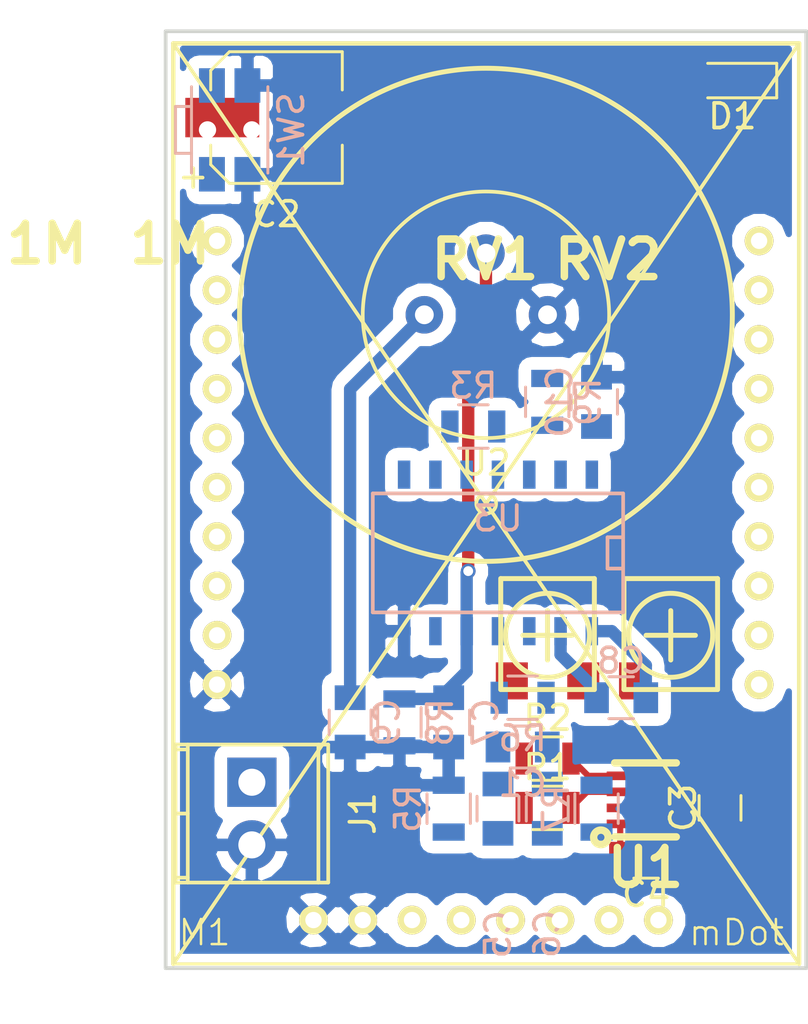
<source format=kicad_pcb>
(kicad_pcb (version 4) (host pcbnew 4.0.7)

  (general
    (links 64)
    (no_connects 42)
    (area 191.924999 62.424999 218.075001 100.575001)
    (thickness 1.6)
    (drawings 5)
    (tracks 33)
    (zones 0)
    (modules 27)
    (nets 40)
  )

  (page A4)
  (layers
    (0 F.Cu signal)
    (31 B.Cu signal)
    (32 B.Adhes user)
    (33 F.Adhes user)
    (34 B.Paste user)
    (35 F.Paste user)
    (36 B.SilkS user)
    (37 F.SilkS user)
    (38 B.Mask user)
    (39 F.Mask user)
    (40 Dwgs.User user)
    (41 Cmts.User user)
    (42 Eco1.User user)
    (43 Eco2.User user)
    (44 Edge.Cuts user)
    (45 Margin user)
    (46 B.CrtYd user)
    (47 F.CrtYd user)
    (48 B.Fab user)
    (49 F.Fab user)
  )

  (setup
    (last_trace_width 1)
    (user_trace_width 0.25)
    (user_trace_width 0.5)
    (user_trace_width 0.75)
    (user_trace_width 1)
    (trace_clearance 0.2)
    (zone_clearance 0.508)
    (zone_45_only no)
    (trace_min 0.2)
    (segment_width 0.2)
    (edge_width 0.15)
    (via_size 0.6)
    (via_drill 0.4)
    (via_min_size 0.4)
    (via_min_drill 0.3)
    (uvia_size 0.3)
    (uvia_drill 0.1)
    (uvias_allowed no)
    (uvia_min_size 0.2)
    (uvia_min_drill 0.1)
    (pcb_text_width 0.3)
    (pcb_text_size 1.5 1.5)
    (mod_edge_width 0.15)
    (mod_text_size 1 1)
    (mod_text_width 0.15)
    (pad_size 1.524 1.524)
    (pad_drill 0.762)
    (pad_to_mask_clearance 0.2)
    (aux_axis_origin 0 0)
    (visible_elements 7FFFEFFF)
    (pcbplotparams
      (layerselection 0x00030_80000001)
      (usegerberextensions false)
      (excludeedgelayer true)
      (linewidth 0.100000)
      (plotframeref false)
      (viasonmask false)
      (mode 1)
      (useauxorigin false)
      (hpglpennumber 1)
      (hpglpenspeed 20)
      (hpglpendiameter 15)
      (hpglpenoverlay 2)
      (psnegative false)
      (psa4output false)
      (plotreference true)
      (plotvalue true)
      (plotinvisibletext false)
      (padsonsilk false)
      (subtractmaskfromsilk false)
      (outputformat 1)
      (mirror false)
      (drillshape 1)
      (scaleselection 1)
      (outputdirectory ""))
  )

  (net 0 "")
  (net 1 GND)
  (net 2 +3V3)
  (net 3 "Net-(M1-Pad2)")
  (net 4 "Net-(M1-Pad3)")
  (net 5 "Net-(M1-Pad4)")
  (net 6 "Net-(M1-Pad5)")
  (net 7 "Net-(M1-Pad6)")
  (net 8 "Net-(M1-Pad7)")
  (net 9 "Net-(M1-Pad8)")
  (net 10 "Net-(M1-Pad9)")
  (net 11 "Net-(M1-Pad11)")
  (net 12 "Net-(M1-Pad12)")
  (net 13 "Net-(M1-Pad13)")
  (net 14 "Net-(M1-Pad14)")
  (net 15 "Net-(M1-Pad15)")
  (net 16 "Net-(M1-Pad16)")
  (net 17 "Net-(M1-Pad17)")
  (net 18 "Net-(M1-Pad18)")
  (net 19 "Net-(C1-Pad1)")
  (net 20 "Net-(C1-Pad2)")
  (net 21 "Net-(C5-Pad1)")
  (net 22 "Net-(C6-Pad1)")
  (net 23 "Net-(C7-Pad2)")
  (net 24 "Net-(C8-Pad1)")
  (net 25 "Net-(C8-Pad2)")
  (net 26 "Net-(C9-Pad2)")
  (net 27 "Net-(C10-Pad2)")
  (net 28 "Net-(R9-Pad2)")
  (net 29 "Net-(U3-Pad11)")
  (net 30 "Net-(U3-Pad10)")
  (net 31 "Net-(M1-Pad26)")
  (net 32 "Net-(M1-Pad27)")
  (net 33 "Net-(M1-Pad28)")
  (net 34 "Net-(M1-Pad29)")
  (net 35 "Net-(M1-Pad30)")
  (net 36 "Net-(M1-Pad31)")
  (net 37 "Net-(D1-Pad1)")
  (net 38 "Net-(M1-Pad19)")
  (net 39 "Net-(R3-Pad2)")

  (net_class Default "This is the default net class."
    (clearance 0.2)
    (trace_width 0.25)
    (via_dia 0.6)
    (via_drill 0.4)
    (uvia_dia 0.3)
    (uvia_drill 0.1)
    (add_net +3V3)
    (add_net GND)
    (add_net "Net-(C1-Pad1)")
    (add_net "Net-(C1-Pad2)")
    (add_net "Net-(C10-Pad2)")
    (add_net "Net-(C5-Pad1)")
    (add_net "Net-(C6-Pad1)")
    (add_net "Net-(C7-Pad2)")
    (add_net "Net-(C8-Pad1)")
    (add_net "Net-(C8-Pad2)")
    (add_net "Net-(C9-Pad2)")
    (add_net "Net-(D1-Pad1)")
    (add_net "Net-(M1-Pad11)")
    (add_net "Net-(M1-Pad12)")
    (add_net "Net-(M1-Pad13)")
    (add_net "Net-(M1-Pad14)")
    (add_net "Net-(M1-Pad15)")
    (add_net "Net-(M1-Pad16)")
    (add_net "Net-(M1-Pad17)")
    (add_net "Net-(M1-Pad18)")
    (add_net "Net-(M1-Pad19)")
    (add_net "Net-(M1-Pad2)")
    (add_net "Net-(M1-Pad26)")
    (add_net "Net-(M1-Pad27)")
    (add_net "Net-(M1-Pad28)")
    (add_net "Net-(M1-Pad29)")
    (add_net "Net-(M1-Pad3)")
    (add_net "Net-(M1-Pad30)")
    (add_net "Net-(M1-Pad31)")
    (add_net "Net-(M1-Pad4)")
    (add_net "Net-(M1-Pad5)")
    (add_net "Net-(M1-Pad6)")
    (add_net "Net-(M1-Pad7)")
    (add_net "Net-(M1-Pad8)")
    (add_net "Net-(M1-Pad9)")
    (add_net "Net-(R3-Pad2)")
    (add_net "Net-(R9-Pad2)")
    (add_net "Net-(U3-Pad10)")
    (add_net "Net-(U3-Pad11)")
  )

  (module STC:mDot (layer F.Cu) (tedit 59BBD559) (tstamp 59BBBE80)
    (at 192.3104 100.3284)
    (path /59BA6768)
    (attr virtual)
    (fp_text reference M1 (at 1.27 -1.27) (layer F.SilkS)
      (effects (font (size 1.016 1.016) (thickness 0.1016)))
    )
    (fp_text value mDot (at 22.86 -1.27) (layer F.SilkS)
      (effects (font (size 1.016 1.016) (thickness 0.1016)))
    )
    (fp_circle (center 12.7 -18.67) (end 12.3 -18.7) (layer F.SilkS) (width 0.15))
    (fp_line (start 25.4 0) (end 0 -37.338) (layer F.SilkS) (width 0.15))
    (fp_line (start 0 0) (end 25.4 -37.338) (layer F.SilkS) (width 0.15))
    (fp_line (start 0 -37.338) (end 25.4 -37.338) (layer F.SilkS) (width 0.1778))
    (fp_line (start 25.4 0) (end 25.4 -37.338) (layer F.SilkS) (width 0.1778))
    (fp_line (start 0 0) (end 25.4 0) (layer F.SilkS) (width 0.127))
    (fp_line (start 0 0) (end 0 -37.338) (layer F.SilkS) (width 0.1778))
    (pad 11 thru_hole circle (at 23.7744 -11.3284) (size 1.1684 1.1684) (drill 0.6604) (layers *.Cu *.Mask F.Paste F.SilkS)
      (net 11 "Net-(M1-Pad11)"))
    (pad 1 thru_hole circle (at 1.778 -29.3284) (size 1.1684 1.1684) (drill 0.6604) (layers *.Cu *.Mask F.Paste F.SilkS)
      (net 2 +3V3))
    (pad 2 thru_hole circle (at 1.778 -27.3284) (size 1.1684 1.1684) (drill 0.6604) (layers *.Cu *.Mask F.Paste F.SilkS)
      (net 3 "Net-(M1-Pad2)"))
    (pad 3 thru_hole circle (at 1.778 -25.3284) (size 1.1684 1.1684) (drill 0.6604) (layers *.Cu *.Mask F.Paste F.SilkS)
      (net 4 "Net-(M1-Pad3)"))
    (pad 4 thru_hole circle (at 1.778 -23.3284) (size 1.1684 1.1684) (drill 0.6604) (layers *.Cu *.Mask F.Paste F.SilkS)
      (net 5 "Net-(M1-Pad4)"))
    (pad 5 thru_hole circle (at 1.778 -21.3284) (size 1.1684 1.1684) (drill 0.6604) (layers *.Cu *.Mask F.Paste F.SilkS)
      (net 6 "Net-(M1-Pad5)"))
    (pad 6 thru_hole circle (at 1.778 -19.3284) (size 1.1684 1.1684) (drill 0.6604) (layers *.Cu *.Mask F.Paste F.SilkS)
      (net 7 "Net-(M1-Pad6)"))
    (pad 7 thru_hole circle (at 1.778 -17.3284) (size 1.1684 1.1684) (drill 0.6604) (layers *.Cu *.Mask F.Paste F.SilkS)
      (net 8 "Net-(M1-Pad7)"))
    (pad 8 thru_hole circle (at 1.778 -15.3284) (size 1.1684 1.1684) (drill 0.6604) (layers *.Cu *.Mask F.Paste F.SilkS)
      (net 9 "Net-(M1-Pad8)"))
    (pad 9 thru_hole circle (at 1.778 -13.3284) (size 1.1684 1.1684) (drill 0.6604) (layers *.Cu *.Mask F.Paste F.SilkS)
      (net 10 "Net-(M1-Pad9)"))
    (pad 10 thru_hole circle (at 1.778 -11.3284) (size 1.1684 1.1684) (drill 0.6604) (layers *.Cu *.Mask F.Paste F.SilkS)
      (net 1 GND))
    (pad 12 thru_hole circle (at 23.7744 -13.3284) (size 1.1684 1.1684) (drill 0.6604) (layers *.Cu *.Mask F.Paste F.SilkS)
      (net 12 "Net-(M1-Pad12)"))
    (pad 13 thru_hole circle (at 23.7744 -15.3284) (size 1.1684 1.1684) (drill 0.6604) (layers *.Cu *.Mask F.Paste F.SilkS)
      (net 13 "Net-(M1-Pad13)"))
    (pad 14 thru_hole circle (at 23.7744 -17.3284) (size 1.1684 1.1684) (drill 0.6604) (layers *.Cu *.Mask F.Paste F.SilkS)
      (net 14 "Net-(M1-Pad14)"))
    (pad 15 thru_hole circle (at 23.7744 -19.3284) (size 1.1684 1.1684) (drill 0.6604) (layers *.Cu *.Mask F.Paste F.SilkS)
      (net 15 "Net-(M1-Pad15)"))
    (pad 16 thru_hole circle (at 23.7744 -21.3284) (size 1.1684 1.1684) (drill 0.6604) (layers *.Cu *.Mask F.Paste F.SilkS)
      (net 16 "Net-(M1-Pad16)"))
    (pad 17 thru_hole circle (at 23.7744 -23.3284) (size 1.1684 1.1684) (drill 0.6604) (layers *.Cu *.Mask F.Paste F.SilkS)
      (net 17 "Net-(M1-Pad17)"))
    (pad 18 thru_hole circle (at 23.7744 -25.3284) (size 1.1684 1.1684) (drill 0.6604) (layers *.Cu *.Mask F.Paste F.SilkS)
      (net 18 "Net-(M1-Pad18)"))
    (pad 19 thru_hole circle (at 23.7744 -27.3284) (size 1.1684 1.1684) (drill 0.6604) (layers *.Cu *.Mask F.Paste F.SilkS)
      (net 38 "Net-(M1-Pad19)"))
    (pad 20 thru_hole circle (at 23.7744 -29.3284) (size 1.1684 1.1684) (drill 0.6604) (layers *.Cu *.Mask F.Paste F.SilkS)
      (net 2 +3V3))
    (pad 10 thru_hole circle (at 5.6896 -1.778) (size 1.1684 1.1684) (drill 0.6604) (layers *.Cu *.Mask F.Paste F.SilkS)
      (net 1 GND))
    (pad 25 thru_hole circle (at 7.6896 -1.778) (size 1.1684 1.1684) (drill 0.6604) (layers *.Cu *.Mask F.Paste F.SilkS)
      (net 1 GND))
    (pad 26 thru_hole circle (at 9.6896 -1.778) (size 1.1684 1.1684) (drill 0.6604) (layers *.Cu *.Mask F.Paste F.SilkS)
      (net 31 "Net-(M1-Pad26)"))
    (pad 27 thru_hole circle (at 11.6896 -1.778) (size 1.1684 1.1684) (drill 0.6604) (layers *.Cu *.Mask F.Paste F.SilkS)
      (net 32 "Net-(M1-Pad27)"))
    (pad 28 thru_hole circle (at 13.6896 -1.778) (size 1.1684 1.1684) (drill 0.6604) (layers *.Cu *.Mask F.Paste F.SilkS)
      (net 33 "Net-(M1-Pad28)"))
    (pad 29 thru_hole circle (at 15.6896 -1.778) (size 1.1684 1.1684) (drill 0.6604) (layers *.Cu *.Mask F.Paste F.SilkS)
      (net 34 "Net-(M1-Pad29)"))
    (pad 30 thru_hole circle (at 17.6896 -1.778) (size 1.1684 1.1684) (drill 0.6604) (layers *.Cu *.Mask F.Paste F.SilkS)
      (net 35 "Net-(M1-Pad30)"))
    (pad 31 thru_hole circle (at 19.6896 -1.778) (size 1.1684 1.1684) (drill 0.6604) (layers *.Cu *.Mask F.Paste F.SilkS)
      (net 36 "Net-(M1-Pad31)"))
  )

  (module SMD_Packages:SOIC-14_N (layer B.Cu) (tedit 0) (tstamp 59BACC53)
    (at 205.48792 83.531292 180)
    (descr "Module CMS SOJ 14 pins Large")
    (tags "CMS SOJ")
    (path /59BA91A1)
    (attr smd)
    (fp_text reference U3 (at 0 1.27 180) (layer B.SilkS)
      (effects (font (size 1 1) (thickness 0.15)) (justify mirror))
    )
    (fp_text value NCS36000 (at 0 -1.27 180) (layer B.Fab)
      (effects (font (size 1 1) (thickness 0.15)) (justify mirror))
    )
    (fp_line (start 5.08 2.286) (end 5.08 -2.54) (layer B.SilkS) (width 0.15))
    (fp_line (start 5.08 -2.54) (end -5.08 -2.54) (layer B.SilkS) (width 0.15))
    (fp_line (start -5.08 -2.54) (end -5.08 2.286) (layer B.SilkS) (width 0.15))
    (fp_line (start -5.08 2.286) (end 5.08 2.286) (layer B.SilkS) (width 0.15))
    (fp_line (start -5.08 0.508) (end -4.445 0.508) (layer B.SilkS) (width 0.15))
    (fp_line (start -4.445 0.508) (end -4.445 -0.762) (layer B.SilkS) (width 0.15))
    (fp_line (start -4.445 -0.762) (end -5.08 -0.762) (layer B.SilkS) (width 0.15))
    (pad 1 smd rect (at -3.81 -3.302 180) (size 0.508 1.143) (layers B.Cu B.Paste B.Mask)
      (net 24 "Net-(C8-Pad1)"))
    (pad 2 smd rect (at -2.54 -3.302 180) (size 0.508 1.143) (layers B.Cu B.Paste B.Mask)
      (net 25 "Net-(C8-Pad2)"))
    (pad 3 smd rect (at -1.27 -3.302 180) (size 0.508 1.143) (layers B.Cu B.Paste B.Mask)
      (net 20 "Net-(C1-Pad2)"))
    (pad 4 smd rect (at 0 -3.302 180) (size 0.508 1.143) (layers B.Cu B.Paste B.Mask)
      (net 19 "Net-(C1-Pad1)"))
    (pad 5 smd rect (at 1.27 -3.302 180) (size 0.508 1.143) (layers B.Cu B.Paste B.Mask)
      (net 23 "Net-(C7-Pad2)"))
    (pad 6 smd rect (at 2.54 -3.302 180) (size 0.508 1.143) (layers B.Cu B.Paste B.Mask)
      (net 26 "Net-(C9-Pad2)"))
    (pad 7 smd rect (at 3.81 -3.302 180) (size 0.508 1.143) (layers B.Cu B.Paste B.Mask)
      (net 1 GND))
    (pad 8 smd rect (at 3.81 3.048 180) (size 0.508 1.143) (layers B.Cu B.Paste B.Mask)
      (net 38 "Net-(M1-Pad19)"))
    (pad 9 smd rect (at 2.54 3.048 180) (size 0.508 1.143) (layers B.Cu B.Paste B.Mask)
      (net 39 "Net-(R3-Pad2)"))
    (pad 11 smd rect (at 0 3.048 180) (size 0.508 1.143) (layers B.Cu B.Paste B.Mask)
      (net 29 "Net-(U3-Pad11)"))
    (pad 12 smd rect (at -1.27 3.048 180) (size 0.508 1.143) (layers B.Cu B.Paste B.Mask)
      (net 15 "Net-(M1-Pad15)"))
    (pad 13 smd rect (at -2.54 3.048 180) (size 0.508 1.143) (layers B.Cu B.Paste B.Mask)
      (net 27 "Net-(C10-Pad2)"))
    (pad 14 smd rect (at -3.81 3.048 180) (size 0.508 1.143) (layers B.Cu B.Paste B.Mask)
      (net 2 +3V3))
    (pad 10 smd rect (at 1.27 3.048 180) (size 0.508 1.143) (layers B.Cu B.Paste B.Mask)
      (net 30 "Net-(U3-Pad10)"))
    (model SMD_Packages.3dshapes/SOIC-14_N.wrl
      (at (xyz 0 0 0))
      (scale (xyz 0.5 0.4 0.5))
      (rotate (xyz 0 0 0))
    )
  )

  (module Buttons_Switches_SMD:SW_SPST_EVQP7C (layer B.Cu) (tedit 587247D8) (tstamp 59BAD0DE)
    (at 194.6 66.5 90)
    (descr "Light Touch Switch")
    (path /59BA8975)
    (attr smd)
    (fp_text reference SW1 (at 0 2.5 90) (layer B.SilkS)
      (effects (font (size 1 1) (thickness 0.15)) (justify mirror))
    )
    (fp_text value Reset (at 0 -3.25 90) (layer B.Fab)
      (effects (font (size 1 1) (thickness 0.15)) (justify mirror))
    )
    (fp_text user %R (at 0 2.5 90) (layer B.Fab)
      (effects (font (size 1 1) (thickness 0.15)) (justify mirror))
    )
    (fp_line (start 0.95 -1.55) (end 0.95 -2.2) (layer B.SilkS) (width 0.12))
    (fp_line (start 0.95 -2.2) (end -0.95 -2.2) (layer B.SilkS) (width 0.12))
    (fp_line (start -0.95 -2.2) (end -0.95 -1.55) (layer B.SilkS) (width 0.12))
    (fp_line (start -0.85 -2.1) (end 0.85 -2.1) (layer B.Fab) (width 0.1))
    (fp_line (start 0.85 -2.1) (end 0.85 -1.45) (layer B.Fab) (width 0.1))
    (fp_line (start -0.85 -2.1) (end -0.85 -1.45) (layer B.Fab) (width 0.1))
    (fp_line (start -1.75 1.45) (end 1.75 1.45) (layer B.Fab) (width 0.1))
    (fp_line (start 1.75 1.45) (end 1.75 -1.45) (layer B.Fab) (width 0.1))
    (fp_line (start 1.75 -1.45) (end -1.75 -1.45) (layer B.Fab) (width 0.1))
    (fp_line (start -1.75 -1.45) (end -1.75 1.4) (layer B.Fab) (width 0.1))
    (fp_line (start -1.1 -2.35) (end -1.1 -1.7) (layer B.CrtYd) (width 0.05))
    (fp_line (start -1.1 -1.7) (end -2.75 -1.7) (layer B.CrtYd) (width 0.05))
    (fp_line (start 2.75 -1.7) (end 1.1 -1.7) (layer B.CrtYd) (width 0.05))
    (fp_line (start 1.1 -1.7) (end 1.1 -2.35) (layer B.CrtYd) (width 0.05))
    (fp_line (start -1.75 1.55) (end 1.75 1.55) (layer B.SilkS) (width 0.12))
    (fp_line (start 1.75 -1.55) (end -1.75 -1.55) (layer B.SilkS) (width 0.12))
    (fp_line (start -2.75 1.7) (end 2.75 1.7) (layer B.CrtYd) (width 0.05))
    (fp_line (start 2.75 1.7) (end 2.75 -1.7) (layer B.CrtYd) (width 0.05))
    (fp_line (start 1.1 -2.35) (end -1.1 -2.35) (layer B.CrtYd) (width 0.05))
    (fp_line (start -2.75 -1.7) (end -2.75 1.7) (layer B.CrtYd) (width 0.05))
    (pad 1 smd rect (at 1.8 0.72 90) (size 1.4 1.05) (layers B.Cu B.Paste B.Mask)
      (net 1 GND))
    (pad 1 smd rect (at -1.8 0.72 90) (size 1.4 1.05) (layers B.Cu B.Paste B.Mask)
      (net 1 GND))
    (pad 2 smd rect (at 1.8 -0.72 90) (size 1.4 1.05) (layers B.Cu B.Paste B.Mask)
      (net 6 "Net-(M1-Pad5)"))
    (pad 2 smd rect (at -1.8 -0.72 90) (size 1.4 1.05) (layers B.Cu B.Paste B.Mask)
      (net 6 "Net-(M1-Pad5)"))
    (pad "" np_thru_hole circle (at 0 0.9 90) (size 0.7 0.7) (drill 0.7) (layers *.Cu *.Mask))
    (pad "" np_thru_hole circle (at 0 -0.9 90) (size 0.7 0.7) (drill 0.7) (layers *.Cu *.Mask))
    (model ${KISYS3DMOD}/Buttons_Switches_SMD.3dshapes/SW_SPST_EVQP7C.wrl
      (at (xyz 0 0 0))
      (scale (xyz 1 1 1))
      (rotate (xyz 0 0 0))
    )
  )

  (module Capacitors_SMD:CP_Elec_5x4.5 (layer F.Cu) (tedit 58AA8639) (tstamp 59BAD245)
    (at 196.5 66)
    (descr "SMT capacitor, aluminium electrolytic, 5x4.5")
    (path /59BA85EF)
    (attr smd)
    (fp_text reference C2 (at 0 3.92) (layer F.SilkS)
      (effects (font (size 1 1) (thickness 0.15)))
    )
    (fp_text value 10µF (at 0 -3.92) (layer F.Fab)
      (effects (font (size 1 1) (thickness 0.15)))
    )
    (fp_circle (center 0 0) (end 0.1 2.4) (layer F.Fab) (width 0.1))
    (fp_text user + (at -1.37 -0.08) (layer F.Fab)
      (effects (font (size 1 1) (thickness 0.15)))
    )
    (fp_text user + (at -3.38 2.36) (layer F.SilkS)
      (effects (font (size 1 1) (thickness 0.15)))
    )
    (fp_text user %R (at 0 3.92) (layer F.Fab)
      (effects (font (size 1 1) (thickness 0.15)))
    )
    (fp_line (start 2.51 2.51) (end 2.51 -2.51) (layer F.Fab) (width 0.1))
    (fp_line (start -1.84 2.51) (end 2.51 2.51) (layer F.Fab) (width 0.1))
    (fp_line (start -2.51 1.84) (end -1.84 2.51) (layer F.Fab) (width 0.1))
    (fp_line (start -2.51 -1.84) (end -2.51 1.84) (layer F.Fab) (width 0.1))
    (fp_line (start -1.84 -2.51) (end -2.51 -1.84) (layer F.Fab) (width 0.1))
    (fp_line (start 2.51 -2.51) (end -1.84 -2.51) (layer F.Fab) (width 0.1))
    (fp_line (start 2.67 2.67) (end 2.67 1.12) (layer F.SilkS) (width 0.12))
    (fp_line (start 2.67 -2.67) (end 2.67 -1.12) (layer F.SilkS) (width 0.12))
    (fp_line (start -2.67 -1.91) (end -2.67 -1.12) (layer F.SilkS) (width 0.12))
    (fp_line (start -2.67 1.91) (end -2.67 1.12) (layer F.SilkS) (width 0.12))
    (fp_line (start 2.67 -2.67) (end -1.91 -2.67) (layer F.SilkS) (width 0.12))
    (fp_line (start -1.91 -2.67) (end -2.67 -1.91) (layer F.SilkS) (width 0.12))
    (fp_line (start -2.67 1.91) (end -1.91 2.67) (layer F.SilkS) (width 0.12))
    (fp_line (start -1.91 2.67) (end 2.67 2.67) (layer F.SilkS) (width 0.12))
    (fp_line (start -3.95 -2.77) (end 3.95 -2.77) (layer F.CrtYd) (width 0.05))
    (fp_line (start -3.95 -2.77) (end -3.95 2.76) (layer F.CrtYd) (width 0.05))
    (fp_line (start 3.95 2.76) (end 3.95 -2.77) (layer F.CrtYd) (width 0.05))
    (fp_line (start 3.95 2.76) (end -3.95 2.76) (layer F.CrtYd) (width 0.05))
    (pad 1 smd rect (at -2.2 0 180) (size 3 1.6) (layers F.Cu F.Paste F.Mask)
      (net 2 +3V3))
    (pad 2 smd rect (at 2.2 0 180) (size 3 1.6) (layers F.Cu F.Paste F.Mask)
      (net 1 GND))
    (model Capacitors_SMD.3dshapes/CP_Elec_5x4.5.wrl
      (at (xyz 0 0 0))
      (scale (xyz 1 1 1))
      (rotate (xyz 0 0 180))
    )
  )

  (module Capacitors_SMD:C_0805 (layer B.Cu) (tedit 58AA8463) (tstamp 59BAD24A)
    (at 205.48792 94.031292 90)
    (descr "Capacitor SMD 0805, reflow soldering, AVX (see smccp.pdf)")
    (tags "capacitor 0805")
    (path /59BAA7E0)
    (attr smd)
    (fp_text reference C5 (at -5.096 0 90) (layer B.SilkS)
      (effects (font (size 1 1) (thickness 0.15)) (justify mirror))
    )
    (fp_text value 33µF (at 0 -1.75 90) (layer B.Fab)
      (effects (font (size 1 1) (thickness 0.15)) (justify mirror))
    )
    (fp_text user %R (at 0 1.5 90) (layer B.Fab)
      (effects (font (size 1 1) (thickness 0.15)) (justify mirror))
    )
    (fp_line (start -1 -0.62) (end -1 0.62) (layer B.Fab) (width 0.1))
    (fp_line (start 1 -0.62) (end -1 -0.62) (layer B.Fab) (width 0.1))
    (fp_line (start 1 0.62) (end 1 -0.62) (layer B.Fab) (width 0.1))
    (fp_line (start -1 0.62) (end 1 0.62) (layer B.Fab) (width 0.1))
    (fp_line (start 0.5 0.85) (end -0.5 0.85) (layer B.SilkS) (width 0.12))
    (fp_line (start -0.5 -0.85) (end 0.5 -0.85) (layer B.SilkS) (width 0.12))
    (fp_line (start -1.75 0.88) (end 1.75 0.88) (layer B.CrtYd) (width 0.05))
    (fp_line (start -1.75 0.88) (end -1.75 -0.87) (layer B.CrtYd) (width 0.05))
    (fp_line (start 1.75 -0.87) (end 1.75 0.88) (layer B.CrtYd) (width 0.05))
    (fp_line (start 1.75 -0.87) (end -1.75 -0.87) (layer B.CrtYd) (width 0.05))
    (pad 1 smd rect (at -1 0 90) (size 1 1.25) (layers B.Cu B.Paste B.Mask)
      (net 21 "Net-(C5-Pad1)"))
    (pad 2 smd rect (at 1 0 90) (size 1 1.25) (layers B.Cu B.Paste B.Mask)
      (net 19 "Net-(C1-Pad1)"))
    (model Capacitors_SMD.3dshapes/C_0805.wrl
      (at (xyz 0 0 0))
      (scale (xyz 1 1 1))
      (rotate (xyz 0 0 0))
    )
  )

  (module Capacitors_SMD:C_0805 (layer B.Cu) (tedit 58AA8463) (tstamp 59BAD24F)
    (at 207.48792 94.031292 90)
    (descr "Capacitor SMD 0805, reflow soldering, AVX (see smccp.pdf)")
    (tags "capacitor 0805")
    (path /59BA9DA8)
    (attr smd)
    (fp_text reference C6 (at -5.08 0 90) (layer B.SilkS)
      (effects (font (size 1 1) (thickness 0.15)) (justify mirror))
    )
    (fp_text value 33µF (at 0 -1.75 90) (layer B.Fab)
      (effects (font (size 1 1) (thickness 0.15)) (justify mirror))
    )
    (fp_text user %R (at 0 1.5 90) (layer B.Fab)
      (effects (font (size 1 1) (thickness 0.15)) (justify mirror))
    )
    (fp_line (start -1 -0.62) (end -1 0.62) (layer B.Fab) (width 0.1))
    (fp_line (start 1 -0.62) (end -1 -0.62) (layer B.Fab) (width 0.1))
    (fp_line (start 1 0.62) (end 1 -0.62) (layer B.Fab) (width 0.1))
    (fp_line (start -1 0.62) (end 1 0.62) (layer B.Fab) (width 0.1))
    (fp_line (start 0.5 0.85) (end -0.5 0.85) (layer B.SilkS) (width 0.12))
    (fp_line (start -0.5 -0.85) (end 0.5 -0.85) (layer B.SilkS) (width 0.12))
    (fp_line (start -1.75 0.88) (end 1.75 0.88) (layer B.CrtYd) (width 0.05))
    (fp_line (start -1.75 0.88) (end -1.75 -0.87) (layer B.CrtYd) (width 0.05))
    (fp_line (start 1.75 -0.87) (end 1.75 0.88) (layer B.CrtYd) (width 0.05))
    (fp_line (start 1.75 -0.87) (end -1.75 -0.87) (layer B.CrtYd) (width 0.05))
    (pad 1 smd rect (at -1 0 90) (size 1 1.25) (layers B.Cu B.Paste B.Mask)
      (net 22 "Net-(C6-Pad1)"))
    (pad 2 smd rect (at 1 0 90) (size 1 1.25) (layers B.Cu B.Paste B.Mask)
      (net 20 "Net-(C1-Pad2)"))
    (model Capacitors_SMD.3dshapes/C_0805.wrl
      (at (xyz 0 0 0))
      (scale (xyz 1 1 1))
      (rotate (xyz 0 0 0))
    )
  )

  (module STC:BME280 (layer F.Cu) (tedit 587DD0E4) (tstamp 59BBBE9F)
    (at 212.725 92.425 180)
    (path /59BA777B)
    (fp_text reference U1 (at 1.25 -4 180) (layer F.SilkS)
      (effects (font (size 1.5 1.5) (thickness 0.3)))
    )
    (fp_text value BME280 (at 1.25 1.25 180) (layer F.Fab)
      (effects (font (size 1 1) (thickness 0.15)))
    )
    (fp_circle (center 3.06 -2.77) (end 3.18 -2.69) (layer F.SilkS) (width 0.3))
    (fp_line (start 0 0.25) (end 2.5 0.25) (layer F.SilkS) (width 0.3))
    (fp_line (start 0 -2.75) (end 2.5 -2.75) (layer F.SilkS) (width 0.3))
    (fp_line (start 0 0) (end 0 -2.5) (layer Cmts.User) (width 0.1))
    (fp_line (start 0 -2.5) (end 2.5 -2.5) (layer Cmts.User) (width 0.1))
    (fp_line (start 2.5 -2.5) (end 2.5 0) (layer Cmts.User) (width 0.1))
    (fp_line (start 2.5 0) (end 0 0) (layer Cmts.User) (width 0.1))
    (pad 5 smd rect (at 0.225 -0.275 180) (size 0.8 0.35) (drill (offset -0.15 0)) (layers F.Cu F.Paste F.Mask)
      (net 1 GND))
    (pad 6 smd rect (at 0.225 -0.925 180) (size 0.8 0.35) (drill (offset -0.15 0)) (layers F.Cu F.Paste F.Mask)
      (net 2 +3V3))
    (pad 7 smd rect (at 0.225 -1.575 180) (size 0.8 0.35) (drill (offset -0.15 0)) (layers F.Cu F.Paste F.Mask)
      (net 1 GND))
    (pad 8 smd rect (at 0.225 -2.225 180) (size 0.8 0.35) (drill (offset -0.15 0)) (layers F.Cu F.Paste F.Mask)
      (net 2 +3V3))
    (pad 1 smd rect (at 2.275 -2.225 180) (size 0.8 0.35) (drill (offset 0.15 0)) (layers F.Cu F.Paste F.Mask)
      (net 1 GND))
    (pad 2 smd rect (at 2.275 -1.575 180) (size 0.8 0.35) (drill (offset 0.15 0)) (layers F.Cu F.Paste F.Mask)
      (net 2 +3V3))
    (pad 4 smd rect (at 2.275 -0.275 180) (size 0.8 0.35) (drill (offset 0.15 0)) (layers F.Cu F.Paste F.Mask)
      (net 7 "Net-(M1-Pad6)"))
    (pad 3 smd rect (at 2.275 -0.925 180) (size 0.8 0.35) (drill (offset 0.15 0)) (layers F.Cu F.Paste F.Mask)
      (net 8 "Net-(M1-Pad7)"))
  )

  (module STC:TRIM-EV1D-RMC (layer F.Cu) (tedit 504B0F2E) (tstamp 59BBBF35)
    (at 207.5 87)
    (descr "SMT Trimmer 4mm Panasonic EVM1D")
    (path /59BB0EC8)
    (fp_text reference RV1 (at -2.54 -15.24) (layer F.SilkS)
      (effects (font (thickness 0.3048)))
    )
    (fp_text value 1M (at -20.32 -15.875) (layer F.SilkS)
      (effects (font (thickness 0.3048)))
    )
    (fp_line (start -1.00076 0) (end 1.00076 0) (layer F.SilkS) (width 0.20066))
    (fp_line (start 0 -1.00076) (end 0 1.00076) (layer F.SilkS) (width 0.20066))
    (fp_circle (center 0 0) (end 1.30048 1.09982) (layer F.SilkS) (width 0.20066))
    (fp_line (start -1.89738 -2.30124) (end 1.90246 -2.30124) (layer F.SilkS) (width 0.20066))
    (fp_line (start 1.89992 -2.30124) (end 1.89992 2.19964) (layer F.SilkS) (width 0.20066))
    (fp_line (start 1.89992 2.19964) (end -1.89992 2.19964) (layer F.SilkS) (width 0.20066))
    (fp_line (start -1.89992 2.19964) (end -1.89992 -2.30124) (layer F.SilkS) (width 0.20066))
    (pad 2 smd rect (at 0 -1.95072) (size 2.4003 1.09982) (layers F.Cu F.Paste F.Mask)
      (net 25 "Net-(C8-Pad2)"))
    (pad 1 smd rect (at -1.45034 1.84912) (size 1.30048 1.50114) (layers F.Cu F.Paste F.Mask)
      (net 25 "Net-(C8-Pad2)"))
    (pad 3 smd rect (at 1.45034 1.84912) (size 1.30048 1.50114) (layers F.Cu F.Paste F.Mask)
      (net 24 "Net-(C8-Pad1)"))
  )

  (module STC:TRIM-EV1D-RMC (layer F.Cu) (tedit 504B0F2E) (tstamp 59BBBF3B)
    (at 212.5 87)
    (descr "SMT Trimmer 4mm Panasonic EVM1D")
    (path /59BB0681)
    (fp_text reference RV2 (at -2.54 -15.24) (layer F.SilkS)
      (effects (font (thickness 0.3048)))
    )
    (fp_text value 1M (at -20.32 -15.875) (layer F.SilkS)
      (effects (font (thickness 0.3048)))
    )
    (fp_line (start -1.00076 0) (end 1.00076 0) (layer F.SilkS) (width 0.20066))
    (fp_line (start 0 -1.00076) (end 0 1.00076) (layer F.SilkS) (width 0.20066))
    (fp_circle (center 0 0) (end 1.30048 1.09982) (layer F.SilkS) (width 0.20066))
    (fp_line (start -1.89738 -2.30124) (end 1.90246 -2.30124) (layer F.SilkS) (width 0.20066))
    (fp_line (start 1.89992 -2.30124) (end 1.89992 2.19964) (layer F.SilkS) (width 0.20066))
    (fp_line (start 1.89992 2.19964) (end -1.89992 2.19964) (layer F.SilkS) (width 0.20066))
    (fp_line (start -1.89992 2.19964) (end -1.89992 -2.30124) (layer F.SilkS) (width 0.20066))
    (pad 2 smd rect (at 0 -1.95072) (size 2.4003 1.09982) (layers F.Cu F.Paste F.Mask)
      (net 2 +3V3))
    (pad 1 smd rect (at -1.45034 1.84912) (size 1.30048 1.50114) (layers F.Cu F.Paste F.Mask)
      (net 28 "Net-(R9-Pad2)"))
    (pad 3 smd rect (at 1.45034 1.84912) (size 1.30048 1.50114) (layers F.Cu F.Paste F.Mask)
      (net 2 +3V3))
  )

  (module Capacitors_SMD:C_0805 (layer B.Cu) (tedit 58AA8463) (tstamp 59BBDC3B)
    (at 206.48792 91.531292)
    (descr "Capacitor SMD 0805, reflow soldering, AVX (see smccp.pdf)")
    (tags "capacitor 0805")
    (path /59BA9F91)
    (attr smd)
    (fp_text reference C1 (at 0 1.5) (layer B.SilkS)
      (effects (font (size 1 1) (thickness 0.15)) (justify mirror))
    )
    (fp_text value 10nF (at 0 -1.75) (layer B.Fab)
      (effects (font (size 1 1) (thickness 0.15)) (justify mirror))
    )
    (fp_text user %R (at 0 1.5) (layer B.Fab)
      (effects (font (size 1 1) (thickness 0.15)) (justify mirror))
    )
    (fp_line (start -1 -0.62) (end -1 0.62) (layer B.Fab) (width 0.1))
    (fp_line (start 1 -0.62) (end -1 -0.62) (layer B.Fab) (width 0.1))
    (fp_line (start 1 0.62) (end 1 -0.62) (layer B.Fab) (width 0.1))
    (fp_line (start -1 0.62) (end 1 0.62) (layer B.Fab) (width 0.1))
    (fp_line (start 0.5 0.85) (end -0.5 0.85) (layer B.SilkS) (width 0.12))
    (fp_line (start -0.5 -0.85) (end 0.5 -0.85) (layer B.SilkS) (width 0.12))
    (fp_line (start -1.75 0.88) (end 1.75 0.88) (layer B.CrtYd) (width 0.05))
    (fp_line (start -1.75 0.88) (end -1.75 -0.87) (layer B.CrtYd) (width 0.05))
    (fp_line (start 1.75 -0.87) (end 1.75 0.88) (layer B.CrtYd) (width 0.05))
    (fp_line (start 1.75 -0.87) (end -1.75 -0.87) (layer B.CrtYd) (width 0.05))
    (pad 1 smd rect (at -1 0) (size 1 1.25) (layers B.Cu B.Paste B.Mask)
      (net 19 "Net-(C1-Pad1)"))
    (pad 2 smd rect (at 1 0) (size 1 1.25) (layers B.Cu B.Paste B.Mask)
      (net 20 "Net-(C1-Pad2)"))
    (model Capacitors_SMD.3dshapes/C_0805.wrl
      (at (xyz 0 0 0))
      (scale (xyz 1 1 1))
      (rotate (xyz 0 0 0))
    )
  )

  (module Capacitors_SMD:C_0805 (layer F.Cu) (tedit 58AA8463) (tstamp 59BBDC40)
    (at 214.5 94 90)
    (descr "Capacitor SMD 0805, reflow soldering, AVX (see smccp.pdf)")
    (tags "capacitor 0805")
    (path /59BA7008)
    (attr smd)
    (fp_text reference C3 (at 0 -1.5 90) (layer F.SilkS)
      (effects (font (size 1 1) (thickness 0.15)))
    )
    (fp_text value 0.1µF (at 0 1.75 90) (layer F.Fab)
      (effects (font (size 1 1) (thickness 0.15)))
    )
    (fp_text user %R (at 0 -1.5 90) (layer F.Fab)
      (effects (font (size 1 1) (thickness 0.15)))
    )
    (fp_line (start -1 0.62) (end -1 -0.62) (layer F.Fab) (width 0.1))
    (fp_line (start 1 0.62) (end -1 0.62) (layer F.Fab) (width 0.1))
    (fp_line (start 1 -0.62) (end 1 0.62) (layer F.Fab) (width 0.1))
    (fp_line (start -1 -0.62) (end 1 -0.62) (layer F.Fab) (width 0.1))
    (fp_line (start 0.5 -0.85) (end -0.5 -0.85) (layer F.SilkS) (width 0.12))
    (fp_line (start -0.5 0.85) (end 0.5 0.85) (layer F.SilkS) (width 0.12))
    (fp_line (start -1.75 -0.88) (end 1.75 -0.88) (layer F.CrtYd) (width 0.05))
    (fp_line (start -1.75 -0.88) (end -1.75 0.87) (layer F.CrtYd) (width 0.05))
    (fp_line (start 1.75 0.87) (end 1.75 -0.88) (layer F.CrtYd) (width 0.05))
    (fp_line (start 1.75 0.87) (end -1.75 0.87) (layer F.CrtYd) (width 0.05))
    (pad 1 smd rect (at -1 0 90) (size 1 1.25) (layers F.Cu F.Paste F.Mask)
      (net 2 +3V3))
    (pad 2 smd rect (at 1 0 90) (size 1 1.25) (layers F.Cu F.Paste F.Mask)
      (net 1 GND))
    (model Capacitors_SMD.3dshapes/C_0805.wrl
      (at (xyz 0 0 0))
      (scale (xyz 1 1 1))
      (rotate (xyz 0 0 0))
    )
  )

  (module Capacitors_SMD:C_0805 (layer F.Cu) (tedit 58AA8463) (tstamp 59BBDC45)
    (at 211.5 96 180)
    (descr "Capacitor SMD 0805, reflow soldering, AVX (see smccp.pdf)")
    (tags "capacitor 0805")
    (path /59BA6F4A)
    (attr smd)
    (fp_text reference C4 (at 0 -1.5 180) (layer F.SilkS)
      (effects (font (size 1 1) (thickness 0.15)))
    )
    (fp_text value 0.1µF (at 0 1.75 180) (layer F.Fab)
      (effects (font (size 1 1) (thickness 0.15)))
    )
    (fp_text user %R (at 0 -1.5 180) (layer F.Fab)
      (effects (font (size 1 1) (thickness 0.15)))
    )
    (fp_line (start -1 0.62) (end -1 -0.62) (layer F.Fab) (width 0.1))
    (fp_line (start 1 0.62) (end -1 0.62) (layer F.Fab) (width 0.1))
    (fp_line (start 1 -0.62) (end 1 0.62) (layer F.Fab) (width 0.1))
    (fp_line (start -1 -0.62) (end 1 -0.62) (layer F.Fab) (width 0.1))
    (fp_line (start 0.5 -0.85) (end -0.5 -0.85) (layer F.SilkS) (width 0.12))
    (fp_line (start -0.5 0.85) (end 0.5 0.85) (layer F.SilkS) (width 0.12))
    (fp_line (start -1.75 -0.88) (end 1.75 -0.88) (layer F.CrtYd) (width 0.05))
    (fp_line (start -1.75 -0.88) (end -1.75 0.87) (layer F.CrtYd) (width 0.05))
    (fp_line (start 1.75 0.87) (end 1.75 -0.88) (layer F.CrtYd) (width 0.05))
    (fp_line (start 1.75 0.87) (end -1.75 0.87) (layer F.CrtYd) (width 0.05))
    (pad 1 smd rect (at -1 0 180) (size 1 1.25) (layers F.Cu F.Paste F.Mask)
      (net 2 +3V3))
    (pad 2 smd rect (at 1 0 180) (size 1 1.25) (layers F.Cu F.Paste F.Mask)
      (net 1 GND))
    (model Capacitors_SMD.3dshapes/C_0805.wrl
      (at (xyz 0 0 0))
      (scale (xyz 1 1 1))
      (rotate (xyz 0 0 0))
    )
  )

  (module Capacitors_SMD:C_0805 (layer B.Cu) (tedit 58AA8463) (tstamp 59BBDC4A)
    (at 203.48792 90.531292 90)
    (descr "Capacitor SMD 0805, reflow soldering, AVX (see smccp.pdf)")
    (tags "capacitor 0805")
    (path /59BAAD7E)
    (attr smd)
    (fp_text reference C7 (at 0 1.5 90) (layer B.SilkS)
      (effects (font (size 1 1) (thickness 0.15)) (justify mirror))
    )
    (fp_text value 100nF (at 0 -1.75 90) (layer B.Fab)
      (effects (font (size 1 1) (thickness 0.15)) (justify mirror))
    )
    (fp_text user %R (at 0 1.5 90) (layer B.Fab)
      (effects (font (size 1 1) (thickness 0.15)) (justify mirror))
    )
    (fp_line (start -1 -0.62) (end -1 0.62) (layer B.Fab) (width 0.1))
    (fp_line (start 1 -0.62) (end -1 -0.62) (layer B.Fab) (width 0.1))
    (fp_line (start 1 0.62) (end 1 -0.62) (layer B.Fab) (width 0.1))
    (fp_line (start -1 0.62) (end 1 0.62) (layer B.Fab) (width 0.1))
    (fp_line (start 0.5 0.85) (end -0.5 0.85) (layer B.SilkS) (width 0.12))
    (fp_line (start -0.5 -0.85) (end 0.5 -0.85) (layer B.SilkS) (width 0.12))
    (fp_line (start -1.75 0.88) (end 1.75 0.88) (layer B.CrtYd) (width 0.05))
    (fp_line (start -1.75 0.88) (end -1.75 -0.87) (layer B.CrtYd) (width 0.05))
    (fp_line (start 1.75 -0.87) (end 1.75 0.88) (layer B.CrtYd) (width 0.05))
    (fp_line (start 1.75 -0.87) (end -1.75 -0.87) (layer B.CrtYd) (width 0.05))
    (pad 1 smd rect (at -1 0 90) (size 1 1.25) (layers B.Cu B.Paste B.Mask)
      (net 1 GND))
    (pad 2 smd rect (at 1 0 90) (size 1 1.25) (layers B.Cu B.Paste B.Mask)
      (net 23 "Net-(C7-Pad2)"))
    (model Capacitors_SMD.3dshapes/C_0805.wrl
      (at (xyz 0 0 0))
      (scale (xyz 1 1 1))
      (rotate (xyz 0 0 0))
    )
  )

  (module Capacitors_SMD:C_0805 (layer B.Cu) (tedit 58AA8463) (tstamp 59BBDC4F)
    (at 210.48792 89.531292 180)
    (descr "Capacitor SMD 0805, reflow soldering, AVX (see smccp.pdf)")
    (tags "capacitor 0805")
    (path /59BA99A4)
    (attr smd)
    (fp_text reference C8 (at 0 1.5 180) (layer B.SilkS)
      (effects (font (size 1 1) (thickness 0.15)) (justify mirror))
    )
    (fp_text value 10nF (at 0 -1.75 180) (layer B.Fab)
      (effects (font (size 1 1) (thickness 0.15)) (justify mirror))
    )
    (fp_text user %R (at 0 1.5 180) (layer B.Fab)
      (effects (font (size 1 1) (thickness 0.15)) (justify mirror))
    )
    (fp_line (start -1 -0.62) (end -1 0.62) (layer B.Fab) (width 0.1))
    (fp_line (start 1 -0.62) (end -1 -0.62) (layer B.Fab) (width 0.1))
    (fp_line (start 1 0.62) (end 1 -0.62) (layer B.Fab) (width 0.1))
    (fp_line (start -1 0.62) (end 1 0.62) (layer B.Fab) (width 0.1))
    (fp_line (start 0.5 0.85) (end -0.5 0.85) (layer B.SilkS) (width 0.12))
    (fp_line (start -0.5 -0.85) (end 0.5 -0.85) (layer B.SilkS) (width 0.12))
    (fp_line (start -1.75 0.88) (end 1.75 0.88) (layer B.CrtYd) (width 0.05))
    (fp_line (start -1.75 0.88) (end -1.75 -0.87) (layer B.CrtYd) (width 0.05))
    (fp_line (start 1.75 -0.87) (end 1.75 0.88) (layer B.CrtYd) (width 0.05))
    (fp_line (start 1.75 -0.87) (end -1.75 -0.87) (layer B.CrtYd) (width 0.05))
    (pad 1 smd rect (at -1 0 180) (size 1 1.25) (layers B.Cu B.Paste B.Mask)
      (net 24 "Net-(C8-Pad1)"))
    (pad 2 smd rect (at 1 0 180) (size 1 1.25) (layers B.Cu B.Paste B.Mask)
      (net 25 "Net-(C8-Pad2)"))
    (model Capacitors_SMD.3dshapes/C_0805.wrl
      (at (xyz 0 0 0))
      (scale (xyz 1 1 1))
      (rotate (xyz 0 0 0))
    )
  )

  (module Capacitors_SMD:C_0805 (layer B.Cu) (tedit 58AA8463) (tstamp 59BBDC54)
    (at 199.48792 90.531292 90)
    (descr "Capacitor SMD 0805, reflow soldering, AVX (see smccp.pdf)")
    (tags "capacitor 0805")
    (path /59BAAA86)
    (attr smd)
    (fp_text reference C9 (at 0 1.5 90) (layer B.SilkS)
      (effects (font (size 1 1) (thickness 0.15)) (justify mirror))
    )
    (fp_text value 100nF (at 0 -1.75 90) (layer B.Fab)
      (effects (font (size 1 1) (thickness 0.15)) (justify mirror))
    )
    (fp_text user %R (at 0 1.5 90) (layer B.Fab)
      (effects (font (size 1 1) (thickness 0.15)) (justify mirror))
    )
    (fp_line (start -1 -0.62) (end -1 0.62) (layer B.Fab) (width 0.1))
    (fp_line (start 1 -0.62) (end -1 -0.62) (layer B.Fab) (width 0.1))
    (fp_line (start 1 0.62) (end 1 -0.62) (layer B.Fab) (width 0.1))
    (fp_line (start -1 0.62) (end 1 0.62) (layer B.Fab) (width 0.1))
    (fp_line (start 0.5 0.85) (end -0.5 0.85) (layer B.SilkS) (width 0.12))
    (fp_line (start -0.5 -0.85) (end 0.5 -0.85) (layer B.SilkS) (width 0.12))
    (fp_line (start -1.75 0.88) (end 1.75 0.88) (layer B.CrtYd) (width 0.05))
    (fp_line (start -1.75 0.88) (end -1.75 -0.87) (layer B.CrtYd) (width 0.05))
    (fp_line (start 1.75 -0.87) (end 1.75 0.88) (layer B.CrtYd) (width 0.05))
    (fp_line (start 1.75 -0.87) (end -1.75 -0.87) (layer B.CrtYd) (width 0.05))
    (pad 1 smd rect (at -1 0 90) (size 1 1.25) (layers B.Cu B.Paste B.Mask)
      (net 1 GND))
    (pad 2 smd rect (at 1 0 90) (size 1 1.25) (layers B.Cu B.Paste B.Mask)
      (net 26 "Net-(C9-Pad2)"))
    (model Capacitors_SMD.3dshapes/C_0805.wrl
      (at (xyz 0 0 0))
      (scale (xyz 1 1 1))
      (rotate (xyz 0 0 0))
    )
  )

  (module Capacitors_SMD:C_0805 (layer B.Cu) (tedit 58AA8463) (tstamp 59BBDC59)
    (at 209.48792 77.531292 270)
    (descr "Capacitor SMD 0805, reflow soldering, AVX (see smccp.pdf)")
    (tags "capacitor 0805")
    (path /59BAB690)
    (attr smd)
    (fp_text reference C10 (at 0 1.5 270) (layer B.SilkS)
      (effects (font (size 1 1) (thickness 0.15)) (justify mirror))
    )
    (fp_text value 100nF (at 0 -1.75 270) (layer B.Fab)
      (effects (font (size 1 1) (thickness 0.15)) (justify mirror))
    )
    (fp_text user %R (at 0 1.5 270) (layer B.Fab)
      (effects (font (size 1 1) (thickness 0.15)) (justify mirror))
    )
    (fp_line (start -1 -0.62) (end -1 0.62) (layer B.Fab) (width 0.1))
    (fp_line (start 1 -0.62) (end -1 -0.62) (layer B.Fab) (width 0.1))
    (fp_line (start 1 0.62) (end 1 -0.62) (layer B.Fab) (width 0.1))
    (fp_line (start -1 0.62) (end 1 0.62) (layer B.Fab) (width 0.1))
    (fp_line (start 0.5 0.85) (end -0.5 0.85) (layer B.SilkS) (width 0.12))
    (fp_line (start -0.5 -0.85) (end 0.5 -0.85) (layer B.SilkS) (width 0.12))
    (fp_line (start -1.75 0.88) (end 1.75 0.88) (layer B.CrtYd) (width 0.05))
    (fp_line (start -1.75 0.88) (end -1.75 -0.87) (layer B.CrtYd) (width 0.05))
    (fp_line (start 1.75 -0.87) (end 1.75 0.88) (layer B.CrtYd) (width 0.05))
    (fp_line (start 1.75 -0.87) (end -1.75 -0.87) (layer B.CrtYd) (width 0.05))
    (pad 1 smd rect (at -1 0 270) (size 1 1.25) (layers B.Cu B.Paste B.Mask)
      (net 1 GND))
    (pad 2 smd rect (at 1 0 270) (size 1 1.25) (layers B.Cu B.Paste B.Mask)
      (net 27 "Net-(C10-Pad2)"))
    (model Capacitors_SMD.3dshapes/C_0805.wrl
      (at (xyz 0 0 0))
      (scale (xyz 1 1 1))
      (rotate (xyz 0 0 0))
    )
  )

  (module STC:IRA-E700 (layer F.Cu) (tedit 59BACEA8) (tstamp 59BBDC81)
    (at 205 74)
    (path /59BAF758)
    (fp_text reference U2 (at 0 6) (layer F.SilkS)
      (effects (font (size 1 1) (thickness 0.15)))
    )
    (fp_text value IRA-E700 (at 0 -6) (layer F.Fab)
      (effects (font (size 1 1) (thickness 0.15)))
    )
    (fp_circle (center 0 0) (end -5 0) (layer F.SilkS) (width 0.15))
    (fp_circle (center 0 0) (end -2.5 0) (layer Dwgs.User) (width 0.15))
    (pad G thru_hole circle (at 2.5 0) (size 1.524 1.524) (drill 0.762) (layers *.Cu *.Mask)
      (net 1 GND))
    (pad D thru_hole circle (at -2.5 0) (size 1.524 1.524) (drill 0.762) (layers *.Cu *.Mask)
      (net 26 "Net-(C9-Pad2)"))
    (pad S thru_hole circle (at 0 -2.5) (size 1.524 1.524) (drill 0.762) (layers *.Cu *.Mask)
      (net 23 "Net-(C7-Pad2)"))
  )

  (module LEDs:LED_0805 (layer F.Cu) (tedit 59959803) (tstamp 59BBEC35)
    (at 215 64.5 180)
    (descr "LED 0805 smd package")
    (tags "LED led 0805 SMD smd SMT smt smdled SMDLED smtled SMTLED")
    (path /59BC17D2)
    (attr smd)
    (fp_text reference D1 (at 0 -1.45 180) (layer F.SilkS)
      (effects (font (size 1 1) (thickness 0.15)))
    )
    (fp_text value LED (at 0 1.55 180) (layer F.Fab)
      (effects (font (size 1 1) (thickness 0.15)))
    )
    (fp_line (start -1.8 -0.7) (end -1.8 0.7) (layer F.SilkS) (width 0.12))
    (fp_line (start -0.4 -0.4) (end -0.4 0.4) (layer F.Fab) (width 0.1))
    (fp_line (start -0.4 0) (end 0.2 -0.4) (layer F.Fab) (width 0.1))
    (fp_line (start 0.2 0.4) (end -0.4 0) (layer F.Fab) (width 0.1))
    (fp_line (start 0.2 -0.4) (end 0.2 0.4) (layer F.Fab) (width 0.1))
    (fp_line (start 1 0.6) (end -1 0.6) (layer F.Fab) (width 0.1))
    (fp_line (start 1 -0.6) (end 1 0.6) (layer F.Fab) (width 0.1))
    (fp_line (start -1 -0.6) (end 1 -0.6) (layer F.Fab) (width 0.1))
    (fp_line (start -1 0.6) (end -1 -0.6) (layer F.Fab) (width 0.1))
    (fp_line (start -1.8 0.7) (end 1 0.7) (layer F.SilkS) (width 0.12))
    (fp_line (start -1.8 -0.7) (end 1 -0.7) (layer F.SilkS) (width 0.12))
    (fp_line (start 1.95 -0.85) (end 1.95 0.85) (layer F.CrtYd) (width 0.05))
    (fp_line (start 1.95 0.85) (end -1.95 0.85) (layer F.CrtYd) (width 0.05))
    (fp_line (start -1.95 0.85) (end -1.95 -0.85) (layer F.CrtYd) (width 0.05))
    (fp_line (start -1.95 -0.85) (end 1.95 -0.85) (layer F.CrtYd) (width 0.05))
    (fp_text user %R (at 0 -1.25 180) (layer F.Fab)
      (effects (font (size 0.4 0.4) (thickness 0.1)))
    )
    (pad 2 smd rect (at 1.1 0) (size 1.2 1.2) (layers F.Cu F.Paste F.Mask)
      (net 1 GND))
    (pad 1 smd rect (at -1.1 0) (size 1.2 1.2) (layers F.Cu F.Paste F.Mask)
      (net 37 "Net-(D1-Pad1)"))
    (model ${KISYS3DMOD}/LEDs.3dshapes/LED_0805.wrl
      (at (xyz 0 0 0))
      (scale (xyz 1 1 1))
      (rotate (xyz 0 0 180))
    )
  )

  (module Resistors_SMD:R_0805 (layer F.Cu) (tedit 58E0A804) (tstamp 59BBEC3A)
    (at 207.5 94)
    (descr "Resistor SMD 0805, reflow soldering, Vishay (see dcrcw.pdf)")
    (tags "resistor 0805")
    (path /59BA6B9B)
    (attr smd)
    (fp_text reference R1 (at 0 -1.65) (layer F.SilkS)
      (effects (font (size 1 1) (thickness 0.15)))
    )
    (fp_text value 4.7k (at 0 1.75) (layer F.Fab)
      (effects (font (size 1 1) (thickness 0.15)))
    )
    (fp_text user %R (at 0 0) (layer F.Fab)
      (effects (font (size 0.5 0.5) (thickness 0.075)))
    )
    (fp_line (start -1 0.62) (end -1 -0.62) (layer F.Fab) (width 0.1))
    (fp_line (start 1 0.62) (end -1 0.62) (layer F.Fab) (width 0.1))
    (fp_line (start 1 -0.62) (end 1 0.62) (layer F.Fab) (width 0.1))
    (fp_line (start -1 -0.62) (end 1 -0.62) (layer F.Fab) (width 0.1))
    (fp_line (start 0.6 0.88) (end -0.6 0.88) (layer F.SilkS) (width 0.12))
    (fp_line (start -0.6 -0.88) (end 0.6 -0.88) (layer F.SilkS) (width 0.12))
    (fp_line (start -1.55 -0.9) (end 1.55 -0.9) (layer F.CrtYd) (width 0.05))
    (fp_line (start -1.55 -0.9) (end -1.55 0.9) (layer F.CrtYd) (width 0.05))
    (fp_line (start 1.55 0.9) (end 1.55 -0.9) (layer F.CrtYd) (width 0.05))
    (fp_line (start 1.55 0.9) (end -1.55 0.9) (layer F.CrtYd) (width 0.05))
    (pad 1 smd rect (at -0.95 0) (size 0.7 1.3) (layers F.Cu F.Paste F.Mask)
      (net 2 +3V3))
    (pad 2 smd rect (at 0.95 0) (size 0.7 1.3) (layers F.Cu F.Paste F.Mask)
      (net 8 "Net-(M1-Pad7)"))
    (model ${KISYS3DMOD}/Resistors_SMD.3dshapes/R_0805.wrl
      (at (xyz 0 0 0))
      (scale (xyz 1 1 1))
      (rotate (xyz 0 0 0))
    )
  )

  (module Resistors_SMD:R_0805 (layer F.Cu) (tedit 58E0A804) (tstamp 59BBEC3F)
    (at 207.5 92)
    (descr "Resistor SMD 0805, reflow soldering, Vishay (see dcrcw.pdf)")
    (tags "resistor 0805")
    (path /59BA6BD7)
    (attr smd)
    (fp_text reference R2 (at 0 -1.65) (layer F.SilkS)
      (effects (font (size 1 1) (thickness 0.15)))
    )
    (fp_text value 4.7k (at 0 1.75) (layer F.Fab)
      (effects (font (size 1 1) (thickness 0.15)))
    )
    (fp_text user %R (at 0 0) (layer F.Fab)
      (effects (font (size 0.5 0.5) (thickness 0.075)))
    )
    (fp_line (start -1 0.62) (end -1 -0.62) (layer F.Fab) (width 0.1))
    (fp_line (start 1 0.62) (end -1 0.62) (layer F.Fab) (width 0.1))
    (fp_line (start 1 -0.62) (end 1 0.62) (layer F.Fab) (width 0.1))
    (fp_line (start -1 -0.62) (end 1 -0.62) (layer F.Fab) (width 0.1))
    (fp_line (start 0.6 0.88) (end -0.6 0.88) (layer F.SilkS) (width 0.12))
    (fp_line (start -0.6 -0.88) (end 0.6 -0.88) (layer F.SilkS) (width 0.12))
    (fp_line (start -1.55 -0.9) (end 1.55 -0.9) (layer F.CrtYd) (width 0.05))
    (fp_line (start -1.55 -0.9) (end -1.55 0.9) (layer F.CrtYd) (width 0.05))
    (fp_line (start 1.55 0.9) (end 1.55 -0.9) (layer F.CrtYd) (width 0.05))
    (fp_line (start 1.55 0.9) (end -1.55 0.9) (layer F.CrtYd) (width 0.05))
    (pad 1 smd rect (at -0.95 0) (size 0.7 1.3) (layers F.Cu F.Paste F.Mask)
      (net 2 +3V3))
    (pad 2 smd rect (at 0.95 0) (size 0.7 1.3) (layers F.Cu F.Paste F.Mask)
      (net 7 "Net-(M1-Pad6)"))
    (model ${KISYS3DMOD}/Resistors_SMD.3dshapes/R_0805.wrl
      (at (xyz 0 0 0))
      (scale (xyz 1 1 1))
      (rotate (xyz 0 0 0))
    )
  )

  (module Resistors_SMD:R_0805 (layer B.Cu) (tedit 58E0A804) (tstamp 59BBEC44)
    (at 204.48792 78.531292 180)
    (descr "Resistor SMD 0805, reflow soldering, Vishay (see dcrcw.pdf)")
    (tags "resistor 0805")
    (path /59BC1A36)
    (attr smd)
    (fp_text reference R3 (at 0 1.65 180) (layer B.SilkS)
      (effects (font (size 1 1) (thickness 0.15)) (justify mirror))
    )
    (fp_text value 10k (at 0 -1.75 180) (layer B.Fab)
      (effects (font (size 1 1) (thickness 0.15)) (justify mirror))
    )
    (fp_text user %R (at 0 0 180) (layer B.Fab)
      (effects (font (size 0.5 0.5) (thickness 0.075)) (justify mirror))
    )
    (fp_line (start -1 -0.62) (end -1 0.62) (layer B.Fab) (width 0.1))
    (fp_line (start 1 -0.62) (end -1 -0.62) (layer B.Fab) (width 0.1))
    (fp_line (start 1 0.62) (end 1 -0.62) (layer B.Fab) (width 0.1))
    (fp_line (start -1 0.62) (end 1 0.62) (layer B.Fab) (width 0.1))
    (fp_line (start 0.6 -0.88) (end -0.6 -0.88) (layer B.SilkS) (width 0.12))
    (fp_line (start -0.6 0.88) (end 0.6 0.88) (layer B.SilkS) (width 0.12))
    (fp_line (start -1.55 0.9) (end 1.55 0.9) (layer B.CrtYd) (width 0.05))
    (fp_line (start -1.55 0.9) (end -1.55 -0.9) (layer B.CrtYd) (width 0.05))
    (fp_line (start 1.55 -0.9) (end 1.55 0.9) (layer B.CrtYd) (width 0.05))
    (fp_line (start 1.55 -0.9) (end -1.55 -0.9) (layer B.CrtYd) (width 0.05))
    (pad 1 smd rect (at -0.95 0 180) (size 0.7 1.3) (layers B.Cu B.Paste B.Mask)
      (net 37 "Net-(D1-Pad1)"))
    (pad 2 smd rect (at 0.95 0 180) (size 0.7 1.3) (layers B.Cu B.Paste B.Mask)
      (net 39 "Net-(R3-Pad2)"))
    (model ${KISYS3DMOD}/Resistors_SMD.3dshapes/R_0805.wrl
      (at (xyz 0 0 0))
      (scale (xyz 1 1 1))
      (rotate (xyz 0 0 0))
    )
  )

  (module Resistors_SMD:R_0805 (layer B.Cu) (tedit 58E0A804) (tstamp 59BBEC49)
    (at 203.48792 94.031292 270)
    (descr "Resistor SMD 0805, reflow soldering, Vishay (see dcrcw.pdf)")
    (tags "resistor 0805")
    (path /59BAA954)
    (attr smd)
    (fp_text reference R5 (at 0 1.65 270) (layer B.SilkS)
      (effects (font (size 1 1) (thickness 0.15)) (justify mirror))
    )
    (fp_text value 10k (at 0 -1.75 270) (layer B.Fab)
      (effects (font (size 1 1) (thickness 0.15)) (justify mirror))
    )
    (fp_text user %R (at 0 0 270) (layer B.Fab)
      (effects (font (size 0.5 0.5) (thickness 0.075)) (justify mirror))
    )
    (fp_line (start -1 -0.62) (end -1 0.62) (layer B.Fab) (width 0.1))
    (fp_line (start 1 -0.62) (end -1 -0.62) (layer B.Fab) (width 0.1))
    (fp_line (start 1 0.62) (end 1 -0.62) (layer B.Fab) (width 0.1))
    (fp_line (start -1 0.62) (end 1 0.62) (layer B.Fab) (width 0.1))
    (fp_line (start 0.6 -0.88) (end -0.6 -0.88) (layer B.SilkS) (width 0.12))
    (fp_line (start -0.6 0.88) (end 0.6 0.88) (layer B.SilkS) (width 0.12))
    (fp_line (start -1.55 0.9) (end 1.55 0.9) (layer B.CrtYd) (width 0.05))
    (fp_line (start -1.55 0.9) (end -1.55 -0.9) (layer B.CrtYd) (width 0.05))
    (fp_line (start 1.55 -0.9) (end 1.55 0.9) (layer B.CrtYd) (width 0.05))
    (fp_line (start 1.55 -0.9) (end -1.55 -0.9) (layer B.CrtYd) (width 0.05))
    (pad 1 smd rect (at -0.95 0 270) (size 0.7 1.3) (layers B.Cu B.Paste B.Mask)
      (net 1 GND))
    (pad 2 smd rect (at 0.95 0 270) (size 0.7 1.3) (layers B.Cu B.Paste B.Mask)
      (net 21 "Net-(C5-Pad1)"))
    (model ${KISYS3DMOD}/Resistors_SMD.3dshapes/R_0805.wrl
      (at (xyz 0 0 0))
      (scale (xyz 1 1 1))
      (rotate (xyz 0 0 0))
    )
  )

  (module Resistors_SMD:R_0805 (layer B.Cu) (tedit 58E0A804) (tstamp 59BBEC4E)
    (at 206.48792 89.531292)
    (descr "Resistor SMD 0805, reflow soldering, Vishay (see dcrcw.pdf)")
    (tags "resistor 0805")
    (path /59BAA037)
    (attr smd)
    (fp_text reference R6 (at 0 1.65) (layer B.SilkS)
      (effects (font (size 1 1) (thickness 0.15)) (justify mirror))
    )
    (fp_text value 10k (at 0 -1.75) (layer B.Fab)
      (effects (font (size 1 1) (thickness 0.15)) (justify mirror))
    )
    (fp_text user %R (at 0 0) (layer B.Fab)
      (effects (font (size 0.5 0.5) (thickness 0.075)) (justify mirror))
    )
    (fp_line (start -1 -0.62) (end -1 0.62) (layer B.Fab) (width 0.1))
    (fp_line (start 1 -0.62) (end -1 -0.62) (layer B.Fab) (width 0.1))
    (fp_line (start 1 0.62) (end 1 -0.62) (layer B.Fab) (width 0.1))
    (fp_line (start -1 0.62) (end 1 0.62) (layer B.Fab) (width 0.1))
    (fp_line (start 0.6 -0.88) (end -0.6 -0.88) (layer B.SilkS) (width 0.12))
    (fp_line (start -0.6 0.88) (end 0.6 0.88) (layer B.SilkS) (width 0.12))
    (fp_line (start -1.55 0.9) (end 1.55 0.9) (layer B.CrtYd) (width 0.05))
    (fp_line (start -1.55 0.9) (end -1.55 -0.9) (layer B.CrtYd) (width 0.05))
    (fp_line (start 1.55 -0.9) (end 1.55 0.9) (layer B.CrtYd) (width 0.05))
    (fp_line (start 1.55 -0.9) (end -1.55 -0.9) (layer B.CrtYd) (width 0.05))
    (pad 1 smd rect (at -0.95 0) (size 0.7 1.3) (layers B.Cu B.Paste B.Mask)
      (net 19 "Net-(C1-Pad1)"))
    (pad 2 smd rect (at 0.95 0) (size 0.7 1.3) (layers B.Cu B.Paste B.Mask)
      (net 20 "Net-(C1-Pad2)"))
    (model ${KISYS3DMOD}/Resistors_SMD.3dshapes/R_0805.wrl
      (at (xyz 0 0 0))
      (scale (xyz 1 1 1))
      (rotate (xyz 0 0 0))
    )
  )

  (module Resistors_SMD:R_0805 (layer B.Cu) (tedit 58E0A804) (tstamp 59BBEC53)
    (at 209.48792 94.031292 270)
    (descr "Resistor SMD 0805, reflow soldering, Vishay (see dcrcw.pdf)")
    (tags "resistor 0805")
    (path /59BA9CA1)
    (attr smd)
    (fp_text reference R7 (at 0 1.65 270) (layer B.SilkS)
      (effects (font (size 1 1) (thickness 0.15)) (justify mirror))
    )
    (fp_text value 10k (at 0 -1.75 270) (layer B.Fab)
      (effects (font (size 1 1) (thickness 0.15)) (justify mirror))
    )
    (fp_text user %R (at 0 0 270) (layer B.Fab)
      (effects (font (size 0.5 0.5) (thickness 0.075)) (justify mirror))
    )
    (fp_line (start -1 -0.62) (end -1 0.62) (layer B.Fab) (width 0.1))
    (fp_line (start 1 -0.62) (end -1 -0.62) (layer B.Fab) (width 0.1))
    (fp_line (start 1 0.62) (end 1 -0.62) (layer B.Fab) (width 0.1))
    (fp_line (start -1 0.62) (end 1 0.62) (layer B.Fab) (width 0.1))
    (fp_line (start 0.6 -0.88) (end -0.6 -0.88) (layer B.SilkS) (width 0.12))
    (fp_line (start -0.6 0.88) (end 0.6 0.88) (layer B.SilkS) (width 0.12))
    (fp_line (start -1.55 0.9) (end 1.55 0.9) (layer B.CrtYd) (width 0.05))
    (fp_line (start -1.55 0.9) (end -1.55 -0.9) (layer B.CrtYd) (width 0.05))
    (fp_line (start 1.55 -0.9) (end 1.55 0.9) (layer B.CrtYd) (width 0.05))
    (fp_line (start 1.55 -0.9) (end -1.55 -0.9) (layer B.CrtYd) (width 0.05))
    (pad 1 smd rect (at -0.95 0 270) (size 0.7 1.3) (layers B.Cu B.Paste B.Mask)
      (net 25 "Net-(C8-Pad2)"))
    (pad 2 smd rect (at 0.95 0 270) (size 0.7 1.3) (layers B.Cu B.Paste B.Mask)
      (net 22 "Net-(C6-Pad1)"))
    (model ${KISYS3DMOD}/Resistors_SMD.3dshapes/R_0805.wrl
      (at (xyz 0 0 0))
      (scale (xyz 1 1 1))
      (rotate (xyz 0 0 0))
    )
  )

  (module Resistors_SMD:R_0805 (layer B.Cu) (tedit 58E0A804) (tstamp 59BBEC58)
    (at 201.48792 90.531292 90)
    (descr "Resistor SMD 0805, reflow soldering, Vishay (see dcrcw.pdf)")
    (tags "resistor 0805")
    (path /59BAACDF)
    (attr smd)
    (fp_text reference R8 (at 0 1.65 90) (layer B.SilkS)
      (effects (font (size 1 1) (thickness 0.15)) (justify mirror))
    )
    (fp_text value 43k (at 0 -1.75 90) (layer B.Fab)
      (effects (font (size 1 1) (thickness 0.15)) (justify mirror))
    )
    (fp_text user %R (at 0 0 90) (layer B.Fab)
      (effects (font (size 0.5 0.5) (thickness 0.075)) (justify mirror))
    )
    (fp_line (start -1 -0.62) (end -1 0.62) (layer B.Fab) (width 0.1))
    (fp_line (start 1 -0.62) (end -1 -0.62) (layer B.Fab) (width 0.1))
    (fp_line (start 1 0.62) (end 1 -0.62) (layer B.Fab) (width 0.1))
    (fp_line (start -1 0.62) (end 1 0.62) (layer B.Fab) (width 0.1))
    (fp_line (start 0.6 -0.88) (end -0.6 -0.88) (layer B.SilkS) (width 0.12))
    (fp_line (start -0.6 0.88) (end 0.6 0.88) (layer B.SilkS) (width 0.12))
    (fp_line (start -1.55 0.9) (end 1.55 0.9) (layer B.CrtYd) (width 0.05))
    (fp_line (start -1.55 0.9) (end -1.55 -0.9) (layer B.CrtYd) (width 0.05))
    (fp_line (start 1.55 -0.9) (end 1.55 0.9) (layer B.CrtYd) (width 0.05))
    (fp_line (start 1.55 -0.9) (end -1.55 -0.9) (layer B.CrtYd) (width 0.05))
    (pad 1 smd rect (at -0.95 0 90) (size 0.7 1.3) (layers B.Cu B.Paste B.Mask)
      (net 1 GND))
    (pad 2 smd rect (at 0.95 0 90) (size 0.7 1.3) (layers B.Cu B.Paste B.Mask)
      (net 23 "Net-(C7-Pad2)"))
    (model ${KISYS3DMOD}/Resistors_SMD.3dshapes/R_0805.wrl
      (at (xyz 0 0 0))
      (scale (xyz 1 1 1))
      (rotate (xyz 0 0 0))
    )
  )

  (module Resistors_SMD:R_0805 (layer B.Cu) (tedit 58E0A804) (tstamp 59BBEC5D)
    (at 207.48792 77.531292 90)
    (descr "Resistor SMD 0805, reflow soldering, Vishay (see dcrcw.pdf)")
    (tags "resistor 0805")
    (path /59BAB86D)
    (attr smd)
    (fp_text reference R9 (at 0 1.65 90) (layer B.SilkS)
      (effects (font (size 1 1) (thickness 0.15)) (justify mirror))
    )
    (fp_text value 51k (at 0 -1.75 90) (layer B.Fab)
      (effects (font (size 1 1) (thickness 0.15)) (justify mirror))
    )
    (fp_text user %R (at 0 0 90) (layer B.Fab)
      (effects (font (size 0.5 0.5) (thickness 0.075)) (justify mirror))
    )
    (fp_line (start -1 -0.62) (end -1 0.62) (layer B.Fab) (width 0.1))
    (fp_line (start 1 -0.62) (end -1 -0.62) (layer B.Fab) (width 0.1))
    (fp_line (start 1 0.62) (end 1 -0.62) (layer B.Fab) (width 0.1))
    (fp_line (start -1 0.62) (end 1 0.62) (layer B.Fab) (width 0.1))
    (fp_line (start 0.6 -0.88) (end -0.6 -0.88) (layer B.SilkS) (width 0.12))
    (fp_line (start -0.6 0.88) (end 0.6 0.88) (layer B.SilkS) (width 0.12))
    (fp_line (start -1.55 0.9) (end 1.55 0.9) (layer B.CrtYd) (width 0.05))
    (fp_line (start -1.55 0.9) (end -1.55 -0.9) (layer B.CrtYd) (width 0.05))
    (fp_line (start 1.55 -0.9) (end 1.55 0.9) (layer B.CrtYd) (width 0.05))
    (fp_line (start 1.55 -0.9) (end -1.55 -0.9) (layer B.CrtYd) (width 0.05))
    (pad 1 smd rect (at -0.95 0 90) (size 0.7 1.3) (layers B.Cu B.Paste B.Mask)
      (net 27 "Net-(C10-Pad2)"))
    (pad 2 smd rect (at 0.95 0 90) (size 0.7 1.3) (layers B.Cu B.Paste B.Mask)
      (net 28 "Net-(R9-Pad2)"))
    (model ${KISYS3DMOD}/Resistors_SMD.3dshapes/R_0805.wrl
      (at (xyz 0 0 0))
      (scale (xyz 1 1 1))
      (rotate (xyz 0 0 0))
    )
  )

  (module Connectors_Terminal_Blocks:TerminalBlock_Pheonix_MPT-2.54mm_2pol (layer F.Cu) (tedit 0) (tstamp 59BBF6E5)
    (at 195.5 92.96 270)
    (descr "2-way 2.54mm pitch terminal block, Phoenix MPT series")
    (path /59BC23A4)
    (fp_text reference J1 (at 1.27 -4.50088 270) (layer F.SilkS)
      (effects (font (size 1 1) (thickness 0.15)))
    )
    (fp_text value Screw_Terminal_01x02 (at 1.27 4.50088 270) (layer F.Fab)
      (effects (font (size 1 1) (thickness 0.15)))
    )
    (fp_line (start -1.7 -3.3) (end 4.3 -3.3) (layer F.CrtYd) (width 0.05))
    (fp_line (start -1.7 3.3) (end -1.7 -3.3) (layer F.CrtYd) (width 0.05))
    (fp_line (start 4.3 3.3) (end -1.7 3.3) (layer F.CrtYd) (width 0.05))
    (fp_line (start 4.3 -3.3) (end 4.3 3.3) (layer F.CrtYd) (width 0.05))
    (fp_line (start 4.06908 2.60096) (end -1.52908 2.60096) (layer F.SilkS) (width 0.15))
    (fp_line (start -1.33096 3.0988) (end -1.33096 2.60096) (layer F.SilkS) (width 0.15))
    (fp_line (start 3.87096 2.60096) (end 3.87096 3.0988) (layer F.SilkS) (width 0.15))
    (fp_line (start 1.27 3.0988) (end 1.27 2.60096) (layer F.SilkS) (width 0.15))
    (fp_line (start -1.52908 -2.70002) (end 4.06908 -2.70002) (layer F.SilkS) (width 0.15))
    (fp_line (start -1.52908 3.0988) (end 4.06908 3.0988) (layer F.SilkS) (width 0.15))
    (fp_line (start 4.06908 3.0988) (end 4.06908 -3.0988) (layer F.SilkS) (width 0.15))
    (fp_line (start 4.06908 -3.0988) (end -1.52908 -3.0988) (layer F.SilkS) (width 0.15))
    (fp_line (start -1.52908 -3.0988) (end -1.52908 3.0988) (layer F.SilkS) (width 0.15))
    (pad 2 thru_hole oval (at 2.54 0 270) (size 1.99898 1.99898) (drill 1.09728) (layers *.Cu *.Mask)
      (net 1 GND))
    (pad 1 thru_hole rect (at 0 0 270) (size 1.99898 1.99898) (drill 1.09728) (layers *.Cu *.Mask)
      (net 2 +3V3))
    (model Terminal_Blocks.3dshapes/TerminalBlock_Pheonix_MPT-2.54mm_2pol.wrl
      (at (xyz 0.05 0 0))
      (scale (xyz 1 1 1))
      (rotate (xyz 0 0 0))
    )
  )

  (gr_line (start 192 62.5) (end 192 100.5) (layer Edge.Cuts) (width 0.15))
  (gr_line (start 218 62.5) (end 192 62.5) (layer Edge.Cuts) (width 0.15))
  (gr_line (start 218 100.5) (end 218 62.5) (layer Edge.Cuts) (width 0.15))
  (gr_line (start 192 100.5) (end 218 100.5) (layer Edge.Cuts) (width 0.15))
  (gr_circle (center 205 74) (end 195 74) (layer F.SilkS) (width 0.2))

  (segment (start 212.5 92.7) (end 214.2 92.7) (width 0.25) (layer F.Cu) (net 1))
  (segment (start 214.2 92.7) (end 214.5 93) (width 0.25) (layer F.Cu) (net 1))
  (segment (start 210.45 94.65) (end 210.45 95.95) (width 0.25) (layer F.Cu) (net 1))
  (segment (start 210.45 95.95) (end 210.5 96) (width 0.25) (layer F.Cu) (net 1))
  (segment (start 203.48792 91.531292) (end 201.48792 91.531292) (width 0.5) (layer B.Cu) (net 1))
  (segment (start 199.48792 91.531292) (end 201.48792 91.531292) (width 0.5) (layer B.Cu) (net 1))
  (segment (start 212.5 94.65) (end 214.15 94.65) (width 0.25) (layer F.Cu) (net 2))
  (segment (start 214.15 94.65) (end 214.5 95) (width 0.25) (layer F.Cu) (net 2))
  (segment (start 212.5 94.65) (end 212.5 96) (width 0.25) (layer F.Cu) (net 2))
  (segment (start 210.45 92.7) (end 209.15 92.7) (width 0.25) (layer F.Cu) (net 7))
  (segment (start 209.15 92.7) (end 208.45 92) (width 0.25) (layer F.Cu) (net 7))
  (segment (start 210.45 93.35) (end 209.1 93.35) (width 0.25) (layer F.Cu) (net 8))
  (segment (start 209.1 93.35) (end 208.45 94) (width 0.25) (layer F.Cu) (net 8))
  (segment (start 205 71.5) (end 205 74.176605) (width 0.5) (layer F.Cu) (net 23))
  (segment (start 205 74.176605) (end 204.280698 74.895907) (width 0.5) (layer F.Cu) (net 23))
  (segment (start 204.280698 74.895907) (end 204.280698 84.395832) (width 0.5) (layer F.Cu) (net 23))
  (segment (start 204.21792 84.45861) (end 204.280698 84.395832) (width 0.5) (layer B.Cu) (net 23))
  (segment (start 204.21792 86.833292) (end 204.21792 84.45861) (width 0.5) (layer B.Cu) (net 23))
  (via (at 204.280698 84.395832) (size 0.6) (drill 0.4) (layers F.Cu B.Cu) (net 23))
  (segment (start 201.48792 89.581292) (end 203.43792 89.581292) (width 0.5) (layer B.Cu) (net 23))
  (segment (start 203.43792 89.581292) (end 203.48792 89.531292) (width 0.5) (layer B.Cu) (net 23))
  (segment (start 204.21792 86.833292) (end 204.21792 88.466576) (width 0.5) (layer B.Cu) (net 23))
  (segment (start 204.21792 88.466576) (end 203.48792 89.196576) (width 0.5) (layer B.Cu) (net 23))
  (segment (start 203.48792 89.196576) (end 203.48792 89.531292) (width 0.5) (layer B.Cu) (net 23))
  (segment (start 211.53758 89.580952) (end 211.48792 89.531292) (width 0.5) (layer B.Cu) (net 24))
  (segment (start 209.29792 86.833292) (end 210.107366 86.833292) (width 0.5) (layer B.Cu) (net 24))
  (segment (start 210.107366 86.833292) (end 211.48792 88.213846) (width 0.5) (layer B.Cu) (net 24))
  (segment (start 211.48792 88.213846) (end 211.48792 89.531292) (width 0.5) (layer B.Cu) (net 24))
  (segment (start 208.02792 86.833292) (end 208.02792 87.78242) (width 0.5) (layer B.Cu) (net 25))
  (segment (start 208.02792 87.78242) (end 209.48792 89.24242) (width 0.5) (layer B.Cu) (net 25))
  (segment (start 209.48792 89.24242) (end 209.48792 89.531292) (width 0.5) (layer B.Cu) (net 25))
  (segment (start 202.5 74) (end 199.48792 77.01208) (width 0.5) (layer B.Cu) (net 26))
  (segment (start 199.48792 77.01208) (end 199.48792 89.531292) (width 0.5) (layer B.Cu) (net 26))

  (zone (net 1) (net_name GND) (layer B.Cu) (tstamp 0) (hatch edge 0.508)
    (connect_pads (clearance 0.508))
    (min_thickness 0.254)
    (fill yes (arc_segments 16) (thermal_gap 0.508) (thermal_bridge_width 0.508))
    (polygon
      (pts
        (xy 192 62.5) (xy 192 100.5) (xy 218 100.5) (xy 218 62.5)
      )
    )
    (filled_polygon
      (pts
        (xy 217.29 70.724154) (xy 217.118991 70.310281) (xy 216.776323 69.967015) (xy 216.328378 69.781012) (xy 215.84335 69.780588)
        (xy 215.395081 69.965809) (xy 215.051815 70.308477) (xy 214.865812 70.756422) (xy 214.865388 71.24145) (xy 215.050609 71.689719)
        (xy 215.360589 72.00024) (xy 215.051815 72.308477) (xy 214.865812 72.756422) (xy 214.865388 73.24145) (xy 215.050609 73.689719)
        (xy 215.360589 74.00024) (xy 215.051815 74.308477) (xy 214.865812 74.756422) (xy 214.865388 75.24145) (xy 215.050609 75.689719)
        (xy 215.360589 76.00024) (xy 215.051815 76.308477) (xy 214.865812 76.756422) (xy 214.865388 77.24145) (xy 215.050609 77.689719)
        (xy 215.360589 78.00024) (xy 215.051815 78.308477) (xy 214.865812 78.756422) (xy 214.865388 79.24145) (xy 215.050609 79.689719)
        (xy 215.360589 80.00024) (xy 215.051815 80.308477) (xy 214.865812 80.756422) (xy 214.865388 81.24145) (xy 215.050609 81.689719)
        (xy 215.360589 82.00024) (xy 215.051815 82.308477) (xy 214.865812 82.756422) (xy 214.865388 83.24145) (xy 215.050609 83.689719)
        (xy 215.360589 84.00024) (xy 215.051815 84.308477) (xy 214.865812 84.756422) (xy 214.865388 85.24145) (xy 215.050609 85.689719)
        (xy 215.360589 86.00024) (xy 215.051815 86.308477) (xy 214.865812 86.756422) (xy 214.865388 87.24145) (xy 215.050609 87.689719)
        (xy 215.360589 88.00024) (xy 215.051815 88.308477) (xy 214.865812 88.756422) (xy 214.865388 89.24145) (xy 215.050609 89.689719)
        (xy 215.393277 90.032985) (xy 215.841222 90.218988) (xy 216.32625 90.219412) (xy 216.774519 90.034191) (xy 217.117785 89.691523)
        (xy 217.29 89.276783) (xy 217.29 99.79) (xy 192.71 99.79) (xy 192.71 99.401667) (xy 197.328338 99.401667)
        (xy 197.375901 99.625463) (xy 197.834817 99.782461) (xy 198.31888 99.75189) (xy 198.624099 99.625463) (xy 198.671662 99.401667)
        (xy 199.328338 99.401667) (xy 199.375901 99.625463) (xy 199.834817 99.782461) (xy 200.31888 99.75189) (xy 200.624099 99.625463)
        (xy 200.671662 99.401667) (xy 200 98.730005) (xy 199.328338 99.401667) (xy 198.671662 99.401667) (xy 198 98.730005)
        (xy 197.328338 99.401667) (xy 192.71 99.401667) (xy 192.71 98.385217) (xy 196.767939 98.385217) (xy 196.79851 98.86928)
        (xy 196.924937 99.174499) (xy 197.148733 99.222062) (xy 197.820395 98.5504) (xy 198.179605 98.5504) (xy 198.851267 99.222062)
        (xy 199 99.190452) (xy 199.148733 99.222062) (xy 199.820395 98.5504) (xy 200.179605 98.5504) (xy 200.851267 99.222062)
        (xy 200.949704 99.201141) (xy 200.965809 99.240119) (xy 201.308477 99.583385) (xy 201.756422 99.769388) (xy 202.24145 99.769812)
        (xy 202.689719 99.584591) (xy 203.00024 99.274611) (xy 203.308477 99.583385) (xy 203.756422 99.769388) (xy 204.24145 99.769812)
        (xy 204.689719 99.584591) (xy 205.00024 99.274611) (xy 205.308477 99.583385) (xy 205.756422 99.769388) (xy 206.24145 99.769812)
        (xy 206.689719 99.584591) (xy 207.00024 99.274611) (xy 207.308477 99.583385) (xy 207.756422 99.769388) (xy 208.24145 99.769812)
        (xy 208.689719 99.584591) (xy 209.00024 99.274611) (xy 209.308477 99.583385) (xy 209.756422 99.769388) (xy 210.24145 99.769812)
        (xy 210.689719 99.584591) (xy 211.00024 99.274611) (xy 211.308477 99.583385) (xy 211.756422 99.769388) (xy 212.24145 99.769812)
        (xy 212.689719 99.584591) (xy 213.032985 99.241923) (xy 213.218988 98.793978) (xy 213.219412 98.30895) (xy 213.034191 97.860681)
        (xy 212.691523 97.517415) (xy 212.243578 97.331412) (xy 211.75855 97.330988) (xy 211.310281 97.516209) (xy 210.99976 97.826189)
        (xy 210.691523 97.517415) (xy 210.243578 97.331412) (xy 209.75855 97.330988) (xy 209.310281 97.516209) (xy 208.99976 97.826189)
        (xy 208.691523 97.517415) (xy 208.243578 97.331412) (xy 207.75855 97.330988) (xy 207.310281 97.516209) (xy 206.99976 97.826189)
        (xy 206.691523 97.517415) (xy 206.243578 97.331412) (xy 205.75855 97.330988) (xy 205.310281 97.516209) (xy 204.99976 97.826189)
        (xy 204.691523 97.517415) (xy 204.243578 97.331412) (xy 203.75855 97.330988) (xy 203.310281 97.516209) (xy 202.99976 97.826189)
        (xy 202.691523 97.517415) (xy 202.243578 97.331412) (xy 201.75855 97.330988) (xy 201.310281 97.516209) (xy 200.967015 97.858877)
        (xy 200.95005 97.899732) (xy 200.851267 97.878738) (xy 200.179605 98.5504) (xy 199.820395 98.5504) (xy 199.148733 97.878738)
        (xy 199 97.910348) (xy 198.851267 97.878738) (xy 198.179605 98.5504) (xy 197.820395 98.5504) (xy 197.148733 97.878738)
        (xy 196.924937 97.926301) (xy 196.767939 98.385217) (xy 192.71 98.385217) (xy 192.71 97.699133) (xy 197.328338 97.699133)
        (xy 198 98.370795) (xy 198.671662 97.699133) (xy 199.328338 97.699133) (xy 200 98.370795) (xy 200.671662 97.699133)
        (xy 200.624099 97.475337) (xy 200.165183 97.318339) (xy 199.68112 97.34891) (xy 199.375901 97.475337) (xy 199.328338 97.699133)
        (xy 198.671662 97.699133) (xy 198.624099 97.475337) (xy 198.165183 97.318339) (xy 197.68112 97.34891) (xy 197.375901 97.475337)
        (xy 197.328338 97.699133) (xy 192.71 97.699133) (xy 192.71 95.880355) (xy 193.910373 95.880355) (xy 194.176932 96.459726)
        (xy 194.644916 96.892987) (xy 195.119646 97.089619) (xy 195.373 96.970265) (xy 195.373 95.627) (xy 195.627 95.627)
        (xy 195.627 96.970265) (xy 195.880354 97.089619) (xy 196.355084 96.892987) (xy 196.823068 96.459726) (xy 197.089627 95.880355)
        (xy 196.970807 95.627) (xy 195.627 95.627) (xy 195.373 95.627) (xy 194.029193 95.627) (xy 193.910373 95.880355)
        (xy 192.71 95.880355) (xy 192.71 91.96051) (xy 193.85307 91.96051) (xy 193.85307 93.95949) (xy 193.897348 94.194807)
        (xy 194.03642 94.410931) (xy 194.197649 94.521094) (xy 194.176932 94.540274) (xy 193.910373 95.119645) (xy 194.029193 95.373)
        (xy 195.373 95.373) (xy 195.373 95.353) (xy 195.627 95.353) (xy 195.627 95.373) (xy 196.970807 95.373)
        (xy 197.089627 95.119645) (xy 196.823068 94.540274) (xy 196.801137 94.51997) (xy 196.950931 94.42358) (xy 197.095921 94.21138)
        (xy 197.14693 93.95949) (xy 197.14693 91.96051) (xy 197.119935 91.817042) (xy 198.22792 91.817042) (xy 198.22792 92.157601)
        (xy 198.324593 92.39099) (xy 198.503221 92.569619) (xy 198.73661 92.666292) (xy 199.20217 92.666292) (xy 199.36092 92.507542)
        (xy 199.36092 91.658292) (xy 199.61492 91.658292) (xy 199.61492 92.507542) (xy 199.77367 92.666292) (xy 200.23923 92.666292)
        (xy 200.472619 92.569619) (xy 200.615681 92.426557) (xy 200.71161 92.466292) (xy 201.20217 92.466292) (xy 201.36092 92.307542)
        (xy 201.36092 91.608292) (xy 201.61492 91.608292) (xy 201.61492 92.307542) (xy 201.77367 92.466292) (xy 202.260368 92.466292)
        (xy 202.20292 92.604983) (xy 202.20292 92.795542) (xy 202.36167 92.954292) (xy 203.36092 92.954292) (xy 203.36092 91.658292)
        (xy 202.66417 91.658292) (xy 202.61417 91.608292) (xy 201.61492 91.608292) (xy 201.36092 91.608292) (xy 200.36167 91.608292)
        (xy 200.31167 91.658292) (xy 199.61492 91.658292) (xy 199.36092 91.658292) (xy 198.38667 91.658292) (xy 198.22792 91.817042)
        (xy 197.119935 91.817042) (xy 197.102652 91.725193) (xy 196.96358 91.509069) (xy 196.75138 91.364079) (xy 196.49949 91.31307)
        (xy 194.50051 91.31307) (xy 194.265193 91.357348) (xy 194.049069 91.49642) (xy 193.904079 91.70862) (xy 193.85307 91.96051)
        (xy 192.71 91.96051) (xy 192.71 89.851267) (xy 193.416738 89.851267) (xy 193.464301 90.075063) (xy 193.923217 90.232061)
        (xy 194.40728 90.20149) (xy 194.712499 90.075063) (xy 194.760062 89.851267) (xy 194.0884 89.179605) (xy 193.416738 89.851267)
        (xy 192.71 89.851267) (xy 192.71 88.834817) (xy 192.856339 88.834817) (xy 192.88691 89.31888) (xy 193.013337 89.624099)
        (xy 193.237133 89.671662) (xy 193.908795 89) (xy 194.268005 89) (xy 194.939667 89.671662) (xy 195.163463 89.624099)
        (xy 195.320461 89.165183) (xy 195.312006 89.031292) (xy 198.21548 89.031292) (xy 198.21548 90.031292) (xy 198.259758 90.266609)
        (xy 198.39883 90.482733) (xy 198.466926 90.529261) (xy 198.324593 90.671594) (xy 198.22792 90.904983) (xy 198.22792 91.245542)
        (xy 198.38667 91.404292) (xy 199.36092 91.404292) (xy 199.36092 91.384292) (xy 199.61492 91.384292) (xy 199.61492 91.404292)
        (xy 200.58917 91.404292) (xy 200.63917 91.354292) (xy 201.36092 91.354292) (xy 201.36092 91.334292) (xy 201.61492 91.334292)
        (xy 201.61492 91.354292) (xy 202.33667 91.354292) (xy 202.38667 91.404292) (xy 203.36092 91.404292) (xy 203.36092 91.384292)
        (xy 203.61492 91.384292) (xy 203.61492 91.404292) (xy 203.63492 91.404292) (xy 203.63492 91.658292) (xy 203.61492 91.658292)
        (xy 203.61492 92.954292) (xy 203.63492 92.954292) (xy 203.63492 93.208292) (xy 203.61492 93.208292) (xy 203.61492 93.228292)
        (xy 203.36092 93.228292) (xy 203.36092 93.208292) (xy 202.36167 93.208292) (xy 202.20292 93.367042) (xy 202.20292 93.557601)
        (xy 202.299593 93.79099) (xy 202.478221 93.969619) (xy 202.614207 94.025946) (xy 202.602603 94.02813) (xy 202.386479 94.167202)
        (xy 202.241489 94.379402) (xy 202.19048 94.631292) (xy 202.19048 95.331292) (xy 202.234758 95.566609) (xy 202.37383 95.782733)
        (xy 202.58603 95.927723) (xy 202.83792 95.978732) (xy 204.13792 95.978732) (xy 204.368354 95.935373) (xy 204.39883 95.982733)
        (xy 204.61103 96.127723) (xy 204.86292 96.178732) (xy 206.11292 96.178732) (xy 206.348237 96.134454) (xy 206.488647 96.044102)
        (xy 206.61103 96.127723) (xy 206.86292 96.178732) (xy 208.11292 96.178732) (xy 208.348237 96.134454) (xy 208.564361 95.995382)
        (xy 208.607605 95.932092) (xy 208.83792 95.978732) (xy 210.13792 95.978732) (xy 210.373237 95.934454) (xy 210.589361 95.795382)
        (xy 210.734351 95.583182) (xy 210.78536 95.331292) (xy 210.78536 94.631292) (xy 210.741082 94.395975) (xy 210.60201 94.179851)
        (xy 210.38981 94.034861) (xy 210.376723 94.032211) (xy 210.589361 93.895382) (xy 210.734351 93.683182) (xy 210.78536 93.431292)
        (xy 210.78536 92.731292) (xy 210.741082 92.495975) (xy 210.60201 92.279851) (xy 210.38981 92.134861) (xy 210.13792 92.083852)
        (xy 208.83792 92.083852) (xy 208.63536 92.121966) (xy 208.63536 90.906292) (xy 208.591082 90.670975) (xy 208.571225 90.640117)
        (xy 208.73603 90.752723) (xy 208.98792 90.803732) (xy 209.98792 90.803732) (xy 210.223237 90.759454) (xy 210.439361 90.620382)
        (xy 210.487054 90.550581) (xy 210.52383 90.607733) (xy 210.73603 90.752723) (xy 210.98792 90.803732) (xy 211.98792 90.803732)
        (xy 212.223237 90.759454) (xy 212.439361 90.620382) (xy 212.584351 90.408182) (xy 212.63536 90.156292) (xy 212.63536 88.906292)
        (xy 212.591082 88.670975) (xy 212.45201 88.454851) (xy 212.37292 88.400811) (xy 212.37292 88.213851) (xy 212.372921 88.213846)
        (xy 212.305553 87.875171) (xy 212.20073 87.718292) (xy 212.11371 87.588056) (xy 212.113707 87.588054) (xy 210.733156 86.207502)
        (xy 210.446041 86.015659) (xy 210.38985 86.004482) (xy 210.107366 85.948291) (xy 210.107361 85.948292) (xy 210.104773 85.948292)
        (xy 210.01601 85.810351) (xy 209.80381 85.665361) (xy 209.55192 85.614352) (xy 209.04392 85.614352) (xy 208.808603 85.65863)
        (xy 208.662013 85.752958) (xy 208.53381 85.665361) (xy 208.28192 85.614352) (xy 207.77392 85.614352) (xy 207.538603 85.65863)
        (xy 207.392013 85.752958) (xy 207.26381 85.665361) (xy 207.01192 85.614352) (xy 206.50392 85.614352) (xy 206.268603 85.65863)
        (xy 206.122013 85.752958) (xy 205.99381 85.665361) (xy 205.74192 85.614352) (xy 205.23392 85.614352) (xy 205.10292 85.639001)
        (xy 205.10292 84.853839) (xy 205.215536 84.582631) (xy 205.21586 84.210665) (xy 205.073815 83.866889) (xy 204.811025 83.60364)
        (xy 204.467497 83.460994) (xy 204.095531 83.46067) (xy 203.751755 83.602715) (xy 203.488506 83.865505) (xy 203.34586 84.209033)
        (xy 203.345699 84.394364) (xy 203.332919 84.45861) (xy 203.33292 84.458615) (xy 203.33292 85.64088) (xy 203.20192 85.614352)
        (xy 202.69392 85.614352) (xy 202.458603 85.65863) (xy 202.317549 85.749396) (xy 202.291618 85.723465) (xy 202.058229 85.626792)
        (xy 201.96367 85.626792) (xy 201.80492 85.785542) (xy 201.80492 86.706292) (xy 201.82492 86.706292) (xy 201.82492 86.960292)
        (xy 201.80492 86.960292) (xy 201.80492 87.881042) (xy 201.96367 88.039792) (xy 202.058229 88.039792) (xy 202.291618 87.943119)
        (xy 202.318155 87.916583) (xy 202.44203 88.001223) (xy 202.69392 88.052232) (xy 203.20192 88.052232) (xy 203.33292 88.027583)
        (xy 203.33292 88.099997) (xy 203.049064 88.383852) (xy 202.86292 88.383852) (xy 202.627603 88.42813) (xy 202.411479 88.567202)
        (xy 202.368235 88.630492) (xy 202.13792 88.583852) (xy 200.83792 88.583852) (xy 200.607486 88.627211) (xy 200.57701 88.579851)
        (xy 200.37292 88.440402) (xy 200.37292 87.119042) (xy 200.78892 87.119042) (xy 200.78892 87.531102) (xy 200.885593 87.764491)
        (xy 201.064222 87.943119) (xy 201.297611 88.039792) (xy 201.39217 88.039792) (xy 201.55092 87.881042) (xy 201.55092 86.960292)
        (xy 200.94767 86.960292) (xy 200.78892 87.119042) (xy 200.37292 87.119042) (xy 200.37292 86.135482) (xy 200.78892 86.135482)
        (xy 200.78892 86.547542) (xy 200.94767 86.706292) (xy 201.55092 86.706292) (xy 201.55092 85.785542) (xy 201.39217 85.626792)
        (xy 201.297611 85.626792) (xy 201.064222 85.723465) (xy 200.885593 85.902093) (xy 200.78892 86.135482) (xy 200.37292 86.135482)
        (xy 200.37292 79.911792) (xy 200.77648 79.911792) (xy 200.77648 81.054792) (xy 200.820758 81.290109) (xy 200.95983 81.506233)
        (xy 201.17203 81.651223) (xy 201.42392 81.702232) (xy 201.93192 81.702232) (xy 202.167237 81.657954) (xy 202.313827 81.563626)
        (xy 202.44203 81.651223) (xy 202.69392 81.702232) (xy 203.20192 81.702232) (xy 203.437237 81.657954) (xy 203.583827 81.563626)
        (xy 203.71203 81.651223) (xy 203.96392 81.702232) (xy 204.47192 81.702232) (xy 204.707237 81.657954) (xy 204.853827 81.563626)
        (xy 204.98203 81.651223) (xy 205.23392 81.702232) (xy 205.74192 81.702232) (xy 205.977237 81.657954) (xy 206.123827 81.563626)
        (xy 206.25203 81.651223) (xy 206.50392 81.702232) (xy 207.01192 81.702232) (xy 207.247237 81.657954) (xy 207.393827 81.563626)
        (xy 207.52203 81.651223) (xy 207.77392 81.702232) (xy 208.28192 81.702232) (xy 208.517237 81.657954) (xy 208.663827 81.563626)
        (xy 208.79203 81.651223) (xy 209.04392 81.702232) (xy 209.55192 81.702232) (xy 209.787237 81.657954) (xy 210.003361 81.518882)
        (xy 210.148351 81.306682) (xy 210.19936 81.054792) (xy 210.19936 79.911792) (xy 210.155082 79.676475) (xy 210.151824 79.671412)
        (xy 210.348237 79.634454) (xy 210.564361 79.495382) (xy 210.709351 79.283182) (xy 210.76036 79.031292) (xy 210.76036 78.031292)
        (xy 210.716082 77.795975) (xy 210.57701 77.579851) (xy 210.508914 77.533323) (xy 210.651247 77.39099) (xy 210.74792 77.157601)
        (xy 210.74792 76.817042) (xy 210.58917 76.658292) (xy 209.61492 76.658292) (xy 209.61492 76.678292) (xy 209.36092 76.678292)
        (xy 209.36092 76.658292) (xy 209.34092 76.658292) (xy 209.34092 76.404292) (xy 209.36092 76.404292) (xy 209.36092 75.555042)
        (xy 209.61492 75.555042) (xy 209.61492 76.404292) (xy 210.58917 76.404292) (xy 210.74792 76.245542) (xy 210.74792 75.904983)
        (xy 210.651247 75.671594) (xy 210.472619 75.492965) (xy 210.23923 75.396292) (xy 209.77367 75.396292) (xy 209.61492 75.555042)
        (xy 209.36092 75.555042) (xy 209.20217 75.396292) (xy 208.73661 75.396292) (xy 208.503221 75.492965) (xy 208.366123 75.630064)
        (xy 208.13792 75.583852) (xy 206.83792 75.583852) (xy 206.602603 75.62813) (xy 206.386479 75.767202) (xy 206.241489 75.979402)
        (xy 206.19048 76.231292) (xy 206.19048 76.931292) (xy 206.234758 77.166609) (xy 206.37383 77.382733) (xy 206.58603 77.527723)
        (xy 206.599117 77.530373) (xy 206.394148 77.662267) (xy 206.391082 77.645975) (xy 206.25201 77.429851) (xy 206.03981 77.284861)
        (xy 205.78792 77.233852) (xy 205.08792 77.233852) (xy 204.852603 77.27813) (xy 204.636479 77.417202) (xy 204.491489 77.629402)
        (xy 204.488839 77.642489) (xy 204.35201 77.429851) (xy 204.13981 77.284861) (xy 203.88792 77.233852) (xy 203.18792 77.233852)
        (xy 202.952603 77.27813) (xy 202.736479 77.417202) (xy 202.591489 77.629402) (xy 202.54048 77.881292) (xy 202.54048 79.181292)
        (xy 202.560821 79.289396) (xy 202.458603 79.30863) (xy 202.312013 79.402958) (xy 202.18381 79.315361) (xy 201.93192 79.264352)
        (xy 201.42392 79.264352) (xy 201.188603 79.30863) (xy 200.972479 79.447702) (xy 200.827489 79.659902) (xy 200.77648 79.911792)
        (xy 200.37292 79.911792) (xy 200.37292 77.37866) (xy 202.354705 75.396874) (xy 202.776661 75.397242) (xy 203.290303 75.18501)
        (xy 203.495457 74.980213) (xy 206.699392 74.980213) (xy 206.768857 75.222397) (xy 207.292302 75.409144) (xy 207.847368 75.381362)
        (xy 208.231143 75.222397) (xy 208.300608 74.980213) (xy 207.5 74.179605) (xy 206.699392 74.980213) (xy 203.495457 74.980213)
        (xy 203.683629 74.79237) (xy 203.896757 74.2791) (xy 203.897181 73.792302) (xy 206.090856 73.792302) (xy 206.118638 74.347368)
        (xy 206.277603 74.731143) (xy 206.519787 74.800608) (xy 207.320395 74) (xy 207.679605 74) (xy 208.480213 74.800608)
        (xy 208.722397 74.731143) (xy 208.909144 74.207698) (xy 208.881362 73.652632) (xy 208.722397 73.268857) (xy 208.480213 73.199392)
        (xy 207.679605 74) (xy 207.320395 74) (xy 206.519787 73.199392) (xy 206.277603 73.268857) (xy 206.090856 73.792302)
        (xy 203.897181 73.792302) (xy 203.897242 73.723339) (xy 203.68501 73.209697) (xy 203.495432 73.019787) (xy 206.699392 73.019787)
        (xy 207.5 73.820395) (xy 208.300608 73.019787) (xy 208.231143 72.777603) (xy 207.707698 72.590856) (xy 207.152632 72.618638)
        (xy 206.768857 72.777603) (xy 206.699392 73.019787) (xy 203.495432 73.019787) (xy 203.29237 72.816371) (xy 202.7791 72.603243)
        (xy 202.223339 72.602758) (xy 201.709697 72.81499) (xy 201.316371 73.20763) (xy 201.103243 73.7209) (xy 201.102872 74.145548)
        (xy 198.86213 76.38629) (xy 198.670287 76.673405) (xy 198.670287 76.673406) (xy 198.602919 77.01208) (xy 198.60292 77.012085)
        (xy 198.60292 88.444013) (xy 198.411479 88.567202) (xy 198.266489 88.779402) (xy 198.21548 89.031292) (xy 195.312006 89.031292)
        (xy 195.28989 88.68112) (xy 195.163463 88.375901) (xy 194.939667 88.328338) (xy 194.268005 89) (xy 193.908795 89)
        (xy 193.237133 88.328338) (xy 193.013337 88.375901) (xy 192.856339 88.834817) (xy 192.71 88.834817) (xy 192.71 71.24145)
        (xy 192.868988 71.24145) (xy 193.054209 71.689719) (xy 193.364189 72.00024) (xy 193.055415 72.308477) (xy 192.869412 72.756422)
        (xy 192.868988 73.24145) (xy 193.054209 73.689719) (xy 193.364189 74.00024) (xy 193.055415 74.308477) (xy 192.869412 74.756422)
        (xy 192.868988 75.24145) (xy 193.054209 75.689719) (xy 193.364189 76.00024) (xy 193.055415 76.308477) (xy 192.869412 76.756422)
        (xy 192.868988 77.24145) (xy 193.054209 77.689719) (xy 193.364189 78.00024) (xy 193.055415 78.308477) (xy 192.869412 78.756422)
        (xy 192.868988 79.24145) (xy 193.054209 79.689719) (xy 193.364189 80.00024) (xy 193.055415 80.308477) (xy 192.869412 80.756422)
        (xy 192.868988 81.24145) (xy 193.054209 81.689719) (xy 193.364189 82.00024) (xy 193.055415 82.308477) (xy 192.869412 82.756422)
        (xy 192.868988 83.24145) (xy 193.054209 83.689719) (xy 193.364189 84.00024) (xy 193.055415 84.308477) (xy 192.869412 84.756422)
        (xy 192.868988 85.24145) (xy 193.054209 85.689719) (xy 193.364189 86.00024) (xy 193.055415 86.308477) (xy 192.869412 86.756422)
        (xy 192.868988 87.24145) (xy 193.054209 87.689719) (xy 193.396877 88.032985) (xy 193.437732 88.04995) (xy 193.416738 88.148733)
        (xy 194.0884 88.820395) (xy 194.760062 88.148733) (xy 194.739141 88.050296) (xy 194.778119 88.034191) (xy 195.121385 87.691523)
        (xy 195.307388 87.243578) (xy 195.307812 86.75855) (xy 195.122591 86.310281) (xy 194.812611 85.99976) (xy 195.121385 85.691523)
        (xy 195.307388 85.243578) (xy 195.307812 84.75855) (xy 195.122591 84.310281) (xy 194.812611 83.99976) (xy 195.121385 83.691523)
        (xy 195.307388 83.243578) (xy 195.307812 82.75855) (xy 195.122591 82.310281) (xy 194.812611 81.99976) (xy 195.121385 81.691523)
        (xy 195.307388 81.243578) (xy 195.307812 80.75855) (xy 195.122591 80.310281) (xy 194.812611 79.99976) (xy 195.121385 79.691523)
        (xy 195.307388 79.243578) (xy 195.307812 78.75855) (xy 195.122591 78.310281) (xy 194.812611 77.99976) (xy 195.121385 77.691523)
        (xy 195.307388 77.243578) (xy 195.307812 76.75855) (xy 195.122591 76.310281) (xy 194.812611 75.99976) (xy 195.121385 75.691523)
        (xy 195.307388 75.243578) (xy 195.307812 74.75855) (xy 195.122591 74.310281) (xy 194.812611 73.99976) (xy 195.121385 73.691523)
        (xy 195.307388 73.243578) (xy 195.307812 72.75855) (xy 195.122591 72.310281) (xy 194.812611 71.99976) (xy 195.036098 71.776661)
        (xy 203.602758 71.776661) (xy 203.81499 72.290303) (xy 204.20763 72.683629) (xy 204.7209 72.896757) (xy 205.276661 72.897242)
        (xy 205.790303 72.68501) (xy 206.183629 72.29237) (xy 206.396757 71.7791) (xy 206.397242 71.223339) (xy 206.18501 70.709697)
        (xy 205.79237 70.316371) (xy 205.2791 70.103243) (xy 204.723339 70.102758) (xy 204.209697 70.31499) (xy 203.816371 70.70763)
        (xy 203.603243 71.2209) (xy 203.602758 71.776661) (xy 195.036098 71.776661) (xy 195.121385 71.691523) (xy 195.307388 71.243578)
        (xy 195.307812 70.75855) (xy 195.122591 70.310281) (xy 194.779923 69.967015) (xy 194.331978 69.781012) (xy 193.84695 69.780588)
        (xy 193.398681 69.965809) (xy 193.055415 70.308477) (xy 192.869412 70.756422) (xy 192.868988 71.24145) (xy 192.71 71.24145)
        (xy 192.71 69.012967) (xy 192.751838 69.235317) (xy 192.89091 69.451441) (xy 193.10311 69.596431) (xy 193.355 69.64744)
        (xy 194.405 69.64744) (xy 194.606973 69.609436) (xy 194.66869 69.635) (xy 195.03425 69.635) (xy 195.193 69.47625)
        (xy 195.193 68.427) (xy 195.447 68.427) (xy 195.447 69.47625) (xy 195.60575 69.635) (xy 195.97131 69.635)
        (xy 196.204699 69.538327) (xy 196.383327 69.359698) (xy 196.48 69.126309) (xy 196.48 68.58575) (xy 196.32125 68.427)
        (xy 195.447 68.427) (xy 195.193 68.427) (xy 195.173 68.427) (xy 195.173 68.173) (xy 195.193 68.173)
        (xy 195.193 68.153) (xy 195.447 68.153) (xy 195.447 68.173) (xy 196.32125 68.173) (xy 196.48 68.01425)
        (xy 196.48 67.473691) (xy 196.383327 67.240302) (xy 196.268075 67.12505) (xy 196.334555 67.058686) (xy 196.484828 66.696788)
        (xy 196.48517 66.304931) (xy 196.335529 65.942771) (xy 196.267951 65.875075) (xy 196.383327 65.759698) (xy 196.48 65.526309)
        (xy 196.48 64.98575) (xy 196.32125 64.827) (xy 195.447 64.827) (xy 195.447 64.847) (xy 195.193 64.847)
        (xy 195.193 64.827) (xy 195.173 64.827) (xy 195.173 64.573) (xy 195.193 64.573) (xy 195.193 63.52375)
        (xy 195.447 63.52375) (xy 195.447 64.573) (xy 196.32125 64.573) (xy 196.48 64.41425) (xy 196.48 63.873691)
        (xy 196.383327 63.640302) (xy 196.204699 63.461673) (xy 195.97131 63.365) (xy 195.60575 63.365) (xy 195.447 63.52375)
        (xy 195.193 63.52375) (xy 195.03425 63.365) (xy 194.66869 63.365) (xy 194.602276 63.392509) (xy 194.405 63.35256)
        (xy 193.355 63.35256) (xy 193.119683 63.396838) (xy 192.903559 63.53591) (xy 192.758569 63.74811) (xy 192.71 63.987951)
        (xy 192.71 63.21) (xy 217.29 63.21)
      )
    )
  )
)

</source>
